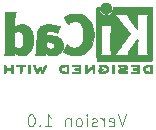
<source format=gbo>
%TF.GenerationSoftware,KiCad,Pcbnew,9.0.1*%
%TF.CreationDate,2025-05-08T13:19:39+05:30*%
%TF.ProjectId,1. LED Torch,312e204c-4544-4205-946f-7263682e6b69,1*%
%TF.SameCoordinates,Original*%
%TF.FileFunction,Legend,Bot*%
%TF.FilePolarity,Positive*%
%FSLAX46Y46*%
G04 Gerber Fmt 4.6, Leading zero omitted, Abs format (unit mm)*
G04 Created by KiCad (PCBNEW 9.0.1) date 2025-05-08 13:19:39*
%MOMM*%
%LPD*%
G01*
G04 APERTURE LIST*
%ADD10C,0.100000*%
%ADD11C,0.010000*%
G04 APERTURE END LIST*
D10*
X100930972Y-142890419D02*
X100597639Y-143890419D01*
X100597639Y-143890419D02*
X100264306Y-142890419D01*
X99550020Y-143842800D02*
X99645258Y-143890419D01*
X99645258Y-143890419D02*
X99835734Y-143890419D01*
X99835734Y-143890419D02*
X99930972Y-143842800D01*
X99930972Y-143842800D02*
X99978591Y-143747561D01*
X99978591Y-143747561D02*
X99978591Y-143366609D01*
X99978591Y-143366609D02*
X99930972Y-143271371D01*
X99930972Y-143271371D02*
X99835734Y-143223752D01*
X99835734Y-143223752D02*
X99645258Y-143223752D01*
X99645258Y-143223752D02*
X99550020Y-143271371D01*
X99550020Y-143271371D02*
X99502401Y-143366609D01*
X99502401Y-143366609D02*
X99502401Y-143461847D01*
X99502401Y-143461847D02*
X99978591Y-143557085D01*
X99073829Y-143890419D02*
X99073829Y-143223752D01*
X99073829Y-143414228D02*
X99026210Y-143318990D01*
X99026210Y-143318990D02*
X98978591Y-143271371D01*
X98978591Y-143271371D02*
X98883353Y-143223752D01*
X98883353Y-143223752D02*
X98788115Y-143223752D01*
X98502400Y-143842800D02*
X98407162Y-143890419D01*
X98407162Y-143890419D02*
X98216686Y-143890419D01*
X98216686Y-143890419D02*
X98121448Y-143842800D01*
X98121448Y-143842800D02*
X98073829Y-143747561D01*
X98073829Y-143747561D02*
X98073829Y-143699942D01*
X98073829Y-143699942D02*
X98121448Y-143604704D01*
X98121448Y-143604704D02*
X98216686Y-143557085D01*
X98216686Y-143557085D02*
X98359543Y-143557085D01*
X98359543Y-143557085D02*
X98454781Y-143509466D01*
X98454781Y-143509466D02*
X98502400Y-143414228D01*
X98502400Y-143414228D02*
X98502400Y-143366609D01*
X98502400Y-143366609D02*
X98454781Y-143271371D01*
X98454781Y-143271371D02*
X98359543Y-143223752D01*
X98359543Y-143223752D02*
X98216686Y-143223752D01*
X98216686Y-143223752D02*
X98121448Y-143271371D01*
X97645257Y-143890419D02*
X97645257Y-143223752D01*
X97645257Y-142890419D02*
X97692876Y-142938038D01*
X97692876Y-142938038D02*
X97645257Y-142985657D01*
X97645257Y-142985657D02*
X97597638Y-142938038D01*
X97597638Y-142938038D02*
X97645257Y-142890419D01*
X97645257Y-142890419D02*
X97645257Y-142985657D01*
X97026210Y-143890419D02*
X97121448Y-143842800D01*
X97121448Y-143842800D02*
X97169067Y-143795180D01*
X97169067Y-143795180D02*
X97216686Y-143699942D01*
X97216686Y-143699942D02*
X97216686Y-143414228D01*
X97216686Y-143414228D02*
X97169067Y-143318990D01*
X97169067Y-143318990D02*
X97121448Y-143271371D01*
X97121448Y-143271371D02*
X97026210Y-143223752D01*
X97026210Y-143223752D02*
X96883353Y-143223752D01*
X96883353Y-143223752D02*
X96788115Y-143271371D01*
X96788115Y-143271371D02*
X96740496Y-143318990D01*
X96740496Y-143318990D02*
X96692877Y-143414228D01*
X96692877Y-143414228D02*
X96692877Y-143699942D01*
X96692877Y-143699942D02*
X96740496Y-143795180D01*
X96740496Y-143795180D02*
X96788115Y-143842800D01*
X96788115Y-143842800D02*
X96883353Y-143890419D01*
X96883353Y-143890419D02*
X97026210Y-143890419D01*
X96264305Y-143223752D02*
X96264305Y-143890419D01*
X96264305Y-143318990D02*
X96216686Y-143271371D01*
X96216686Y-143271371D02*
X96121448Y-143223752D01*
X96121448Y-143223752D02*
X95978591Y-143223752D01*
X95978591Y-143223752D02*
X95883353Y-143271371D01*
X95883353Y-143271371D02*
X95835734Y-143366609D01*
X95835734Y-143366609D02*
X95835734Y-143890419D01*
X94073829Y-143890419D02*
X94645257Y-143890419D01*
X94359543Y-143890419D02*
X94359543Y-142890419D01*
X94359543Y-142890419D02*
X94454781Y-143033276D01*
X94454781Y-143033276D02*
X94550019Y-143128514D01*
X94550019Y-143128514D02*
X94645257Y-143176133D01*
X93645257Y-143795180D02*
X93597638Y-143842800D01*
X93597638Y-143842800D02*
X93645257Y-143890419D01*
X93645257Y-143890419D02*
X93692876Y-143842800D01*
X93692876Y-143842800D02*
X93645257Y-143795180D01*
X93645257Y-143795180D02*
X93645257Y-143890419D01*
X92978591Y-142890419D02*
X92883353Y-142890419D01*
X92883353Y-142890419D02*
X92788115Y-142938038D01*
X92788115Y-142938038D02*
X92740496Y-142985657D01*
X92740496Y-142985657D02*
X92692877Y-143080895D01*
X92692877Y-143080895D02*
X92645258Y-143271371D01*
X92645258Y-143271371D02*
X92645258Y-143509466D01*
X92645258Y-143509466D02*
X92692877Y-143699942D01*
X92692877Y-143699942D02*
X92740496Y-143795180D01*
X92740496Y-143795180D02*
X92788115Y-143842800D01*
X92788115Y-143842800D02*
X92883353Y-143890419D01*
X92883353Y-143890419D02*
X92978591Y-143890419D01*
X92978591Y-143890419D02*
X93073829Y-143842800D01*
X93073829Y-143842800D02*
X93121448Y-143795180D01*
X93121448Y-143795180D02*
X93169067Y-143699942D01*
X93169067Y-143699942D02*
X93216686Y-143509466D01*
X93216686Y-143509466D02*
X93216686Y-143271371D01*
X93216686Y-143271371D02*
X93169067Y-143080895D01*
X93169067Y-143080895D02*
X93121448Y-142985657D01*
X93121448Y-142985657D02*
X93073829Y-142938038D01*
X93073829Y-142938038D02*
X92978591Y-142890419D01*
D11*
%TO.C,REF\u002A\u002A*%
X92756406Y-138672949D02*
X92782127Y-138688647D01*
X92808778Y-138710227D01*
X92808778Y-139357684D01*
X92782127Y-139379264D01*
X92750767Y-139396739D01*
X92714966Y-139397575D01*
X92683528Y-139377082D01*
X92679652Y-139372416D01*
X92674186Y-139362949D01*
X92669979Y-139349267D01*
X92666867Y-139328748D01*
X92664687Y-139298768D01*
X92663276Y-139256704D01*
X92662471Y-139199932D01*
X92662107Y-139125830D01*
X92662022Y-139031773D01*
X92662022Y-138710227D01*
X92688673Y-138688647D01*
X92712386Y-138673877D01*
X92735400Y-138667067D01*
X92756406Y-138672949D01*
G36*
X92756406Y-138672949D02*
G01*
X92782127Y-138688647D01*
X92808778Y-138710227D01*
X92808778Y-139357684D01*
X92782127Y-139379264D01*
X92750767Y-139396739D01*
X92714966Y-139397575D01*
X92683528Y-139377082D01*
X92679652Y-139372416D01*
X92674186Y-139362949D01*
X92669979Y-139349267D01*
X92666867Y-139328748D01*
X92664687Y-139298768D01*
X92663276Y-139256704D01*
X92662471Y-139199932D01*
X92662107Y-139125830D01*
X92662022Y-139031773D01*
X92662022Y-138710227D01*
X92688673Y-138688647D01*
X92712386Y-138673877D01*
X92735400Y-138667067D01*
X92756406Y-138672949D01*
G37*
X99887137Y-138671463D02*
X99921291Y-138694776D01*
X99949000Y-138722485D01*
X99949000Y-139035537D01*
X99948959Y-139119567D01*
X99948701Y-139193789D01*
X99948030Y-139250541D01*
X99946752Y-139292512D01*
X99944673Y-139322389D01*
X99941599Y-139342861D01*
X99937334Y-139356614D01*
X99931684Y-139366337D01*
X99924455Y-139374717D01*
X99892991Y-139396181D01*
X99857826Y-139397947D01*
X99824822Y-139378267D01*
X99819516Y-139372398D01*
X99814066Y-139363314D01*
X99809900Y-139349973D01*
X99806846Y-139329757D01*
X99804732Y-139300049D01*
X99803386Y-139258232D01*
X99802638Y-139201689D01*
X99802314Y-139127802D01*
X99802245Y-139033956D01*
X99802284Y-138958294D01*
X99802539Y-138880385D01*
X99803183Y-138820375D01*
X99804387Y-138775648D01*
X99806324Y-138743585D01*
X99809164Y-138721571D01*
X99813079Y-138706987D01*
X99818242Y-138697218D01*
X99824822Y-138689645D01*
X99854006Y-138670623D01*
X99887137Y-138671463D01*
G36*
X99887137Y-138671463D02*
G01*
X99921291Y-138694776D01*
X99949000Y-138722485D01*
X99949000Y-139035537D01*
X99948959Y-139119567D01*
X99948701Y-139193789D01*
X99948030Y-139250541D01*
X99946752Y-139292512D01*
X99944673Y-139322389D01*
X99941599Y-139342861D01*
X99937334Y-139356614D01*
X99931684Y-139366337D01*
X99924455Y-139374717D01*
X99892991Y-139396181D01*
X99857826Y-139397947D01*
X99824822Y-139378267D01*
X99819516Y-139372398D01*
X99814066Y-139363314D01*
X99809900Y-139349973D01*
X99806846Y-139329757D01*
X99804732Y-139300049D01*
X99803386Y-139258232D01*
X99802638Y-139201689D01*
X99802314Y-139127802D01*
X99802245Y-139033956D01*
X99802284Y-138958294D01*
X99802539Y-138880385D01*
X99803183Y-138820375D01*
X99804387Y-138775648D01*
X99806324Y-138743585D01*
X99809164Y-138721571D01*
X99813079Y-138706987D01*
X99818242Y-138697218D01*
X99824822Y-138689645D01*
X99854006Y-138670623D01*
X99887137Y-138671463D01*
G37*
X99355562Y-133430850D02*
X99438313Y-133458053D01*
X99513406Y-133503484D01*
X99585298Y-133569302D01*
X99623846Y-133613567D01*
X99663256Y-133671961D01*
X99688446Y-133732586D01*
X99701861Y-133801865D01*
X99705948Y-133886222D01*
X99705669Y-133932307D01*
X99703460Y-133973450D01*
X99697894Y-134005582D01*
X99687586Y-134036122D01*
X99671148Y-134072489D01*
X99657200Y-134099728D01*
X99598665Y-134185429D01*
X99526619Y-134254617D01*
X99442947Y-134305741D01*
X99349531Y-134337250D01*
X99316434Y-134344225D01*
X99275960Y-134351094D01*
X99242999Y-134352919D01*
X99208698Y-134349947D01*
X99164200Y-134342426D01*
X99112934Y-134330002D01*
X99022434Y-134292112D01*
X98943345Y-134237836D01*
X98877528Y-134169770D01*
X98826840Y-134090511D01*
X98793140Y-134002654D01*
X98778286Y-133908795D01*
X98784136Y-133811530D01*
X98810399Y-133715220D01*
X98855418Y-133626494D01*
X98916373Y-133551419D01*
X98991184Y-133491641D01*
X99077768Y-133448809D01*
X99174043Y-133424571D01*
X99277928Y-133420576D01*
X99355562Y-133430850D01*
G36*
X99355562Y-133430850D02*
G01*
X99438313Y-133458053D01*
X99513406Y-133503484D01*
X99585298Y-133569302D01*
X99623846Y-133613567D01*
X99663256Y-133671961D01*
X99688446Y-133732586D01*
X99701861Y-133801865D01*
X99705948Y-133886222D01*
X99705669Y-133932307D01*
X99703460Y-133973450D01*
X99697894Y-134005582D01*
X99687586Y-134036122D01*
X99671148Y-134072489D01*
X99657200Y-134099728D01*
X99598665Y-134185429D01*
X99526619Y-134254617D01*
X99442947Y-134305741D01*
X99349531Y-134337250D01*
X99316434Y-134344225D01*
X99275960Y-134351094D01*
X99242999Y-134352919D01*
X99208698Y-134349947D01*
X99164200Y-134342426D01*
X99112934Y-134330002D01*
X99022434Y-134292112D01*
X98943345Y-134237836D01*
X98877528Y-134169770D01*
X98826840Y-134090511D01*
X98793140Y-134002654D01*
X98778286Y-133908795D01*
X98784136Y-133811530D01*
X98810399Y-133715220D01*
X98855418Y-133626494D01*
X98916373Y-133551419D01*
X98991184Y-133491641D01*
X99077768Y-133448809D01*
X99174043Y-133424571D01*
X99277928Y-133420576D01*
X99355562Y-133430850D01*
G37*
X92056767Y-138667068D02*
X92150890Y-138667158D01*
X92225405Y-138667498D01*
X92282811Y-138668239D01*
X92325611Y-138669535D01*
X92356304Y-138671537D01*
X92377391Y-138674396D01*
X92391373Y-138678266D01*
X92400750Y-138683298D01*
X92408022Y-138689645D01*
X92426828Y-138722362D01*
X92428275Y-138759939D01*
X92411917Y-138793178D01*
X92410557Y-138794631D01*
X92399354Y-138802992D01*
X92382252Y-138808547D01*
X92355082Y-138811840D01*
X92313678Y-138813418D01*
X92253873Y-138813822D01*
X92114511Y-138813822D01*
X92114511Y-139077589D01*
X92114436Y-139153417D01*
X92114028Y-139220083D01*
X92113046Y-139269867D01*
X92111250Y-139305784D01*
X92108399Y-139330850D01*
X92104253Y-139348081D01*
X92098571Y-139360492D01*
X92091114Y-139371100D01*
X92088824Y-139373906D01*
X92057646Y-139396548D01*
X92023266Y-139398112D01*
X91990334Y-139378267D01*
X91983355Y-139370191D01*
X91977883Y-139359593D01*
X91973863Y-139343749D01*
X91971072Y-139319773D01*
X91969288Y-139284774D01*
X91968289Y-139235864D01*
X91967852Y-139170154D01*
X91967756Y-139084756D01*
X91967756Y-138813822D01*
X91821820Y-138813822D01*
X91810720Y-138813821D01*
X91754202Y-138813596D01*
X91715358Y-138812457D01*
X91689965Y-138809657D01*
X91673804Y-138804450D01*
X91662652Y-138796089D01*
X91652289Y-138783826D01*
X91636441Y-138753138D01*
X91639543Y-138719358D01*
X91665187Y-138686822D01*
X91670129Y-138683105D01*
X91680338Y-138678269D01*
X91695764Y-138674506D01*
X91718886Y-138671683D01*
X91752183Y-138669670D01*
X91798137Y-138668333D01*
X91859228Y-138667542D01*
X91937935Y-138667163D01*
X92036740Y-138667067D01*
X92056767Y-138667068D01*
G36*
X92056767Y-138667068D02*
G01*
X92150890Y-138667158D01*
X92225405Y-138667498D01*
X92282811Y-138668239D01*
X92325611Y-138669535D01*
X92356304Y-138671537D01*
X92377391Y-138674396D01*
X92391373Y-138678266D01*
X92400750Y-138683298D01*
X92408022Y-138689645D01*
X92426828Y-138722362D01*
X92428275Y-138759939D01*
X92411917Y-138793178D01*
X92410557Y-138794631D01*
X92399354Y-138802992D01*
X92382252Y-138808547D01*
X92355082Y-138811840D01*
X92313678Y-138813418D01*
X92253873Y-138813822D01*
X92114511Y-138813822D01*
X92114511Y-139077589D01*
X92114436Y-139153417D01*
X92114028Y-139220083D01*
X92113046Y-139269867D01*
X92111250Y-139305784D01*
X92108399Y-139330850D01*
X92104253Y-139348081D01*
X92098571Y-139360492D01*
X92091114Y-139371100D01*
X92088824Y-139373906D01*
X92057646Y-139396548D01*
X92023266Y-139398112D01*
X91990334Y-139378267D01*
X91983355Y-139370191D01*
X91977883Y-139359593D01*
X91973863Y-139343749D01*
X91971072Y-139319773D01*
X91969288Y-139284774D01*
X91968289Y-139235864D01*
X91967852Y-139170154D01*
X91967756Y-139084756D01*
X91967756Y-138813822D01*
X91821820Y-138813822D01*
X91810720Y-138813821D01*
X91754202Y-138813596D01*
X91715358Y-138812457D01*
X91689965Y-138809657D01*
X91673804Y-138804450D01*
X91662652Y-138796089D01*
X91652289Y-138783826D01*
X91636441Y-138753138D01*
X91639543Y-138719358D01*
X91665187Y-138686822D01*
X91670129Y-138683105D01*
X91680338Y-138678269D01*
X91695764Y-138674506D01*
X91718886Y-138671683D01*
X91752183Y-138669670D01*
X91798137Y-138668333D01*
X91859228Y-138667542D01*
X91937935Y-138667163D01*
X92036740Y-138667067D01*
X92056767Y-138667068D01*
G37*
X91380734Y-138689645D02*
X91386366Y-138695835D01*
X91391456Y-138704041D01*
X91395543Y-138715817D01*
X91398721Y-138733276D01*
X91401087Y-138758530D01*
X91402738Y-138793690D01*
X91403769Y-138840869D01*
X91404277Y-138902177D01*
X91404359Y-138979727D01*
X91404109Y-139075631D01*
X91403625Y-139192000D01*
X91403557Y-139206175D01*
X91402971Y-139267937D01*
X91401648Y-139311620D01*
X91399103Y-139341001D01*
X91394848Y-139359855D01*
X91388396Y-139371959D01*
X91379262Y-139381089D01*
X91345804Y-139398506D01*
X91310856Y-139395604D01*
X91279953Y-139371100D01*
X91270944Y-139357897D01*
X91263492Y-139339361D01*
X91259124Y-139313333D01*
X91257069Y-139274787D01*
X91256556Y-139218700D01*
X91256556Y-139096045D01*
X90759845Y-139096045D01*
X90759845Y-139230871D01*
X90759772Y-139266662D01*
X90759009Y-139312992D01*
X90756833Y-139343526D01*
X90752536Y-139362557D01*
X90745412Y-139374374D01*
X90734755Y-139383271D01*
X90702504Y-139398341D01*
X90667217Y-139395673D01*
X90636486Y-139371100D01*
X90631831Y-139364845D01*
X90625895Y-139354321D01*
X90621364Y-139340391D01*
X90618048Y-139320317D01*
X90615759Y-139291360D01*
X90614308Y-139250780D01*
X90613505Y-139195840D01*
X90613162Y-139123799D01*
X90613089Y-139031920D01*
X90613089Y-138722485D01*
X90640798Y-138694776D01*
X90672177Y-138672533D01*
X90705406Y-138669844D01*
X90737267Y-138689645D01*
X90745553Y-138699415D01*
X90752965Y-138715307D01*
X90757302Y-138739275D01*
X90759338Y-138776148D01*
X90759845Y-138830756D01*
X90759845Y-138949289D01*
X91256556Y-138949289D01*
X91256556Y-138833776D01*
X91256994Y-138782078D01*
X91258958Y-138747554D01*
X91263474Y-138724978D01*
X91271567Y-138709126D01*
X91284265Y-138694776D01*
X91315643Y-138672533D01*
X91348872Y-138669844D01*
X91380734Y-138689645D01*
G36*
X91380734Y-138689645D02*
G01*
X91386366Y-138695835D01*
X91391456Y-138704041D01*
X91395543Y-138715817D01*
X91398721Y-138733276D01*
X91401087Y-138758530D01*
X91402738Y-138793690D01*
X91403769Y-138840869D01*
X91404277Y-138902177D01*
X91404359Y-138979727D01*
X91404109Y-139075631D01*
X91403625Y-139192000D01*
X91403557Y-139206175D01*
X91402971Y-139267937D01*
X91401648Y-139311620D01*
X91399103Y-139341001D01*
X91394848Y-139359855D01*
X91388396Y-139371959D01*
X91379262Y-139381089D01*
X91345804Y-139398506D01*
X91310856Y-139395604D01*
X91279953Y-139371100D01*
X91270944Y-139357897D01*
X91263492Y-139339361D01*
X91259124Y-139313333D01*
X91257069Y-139274787D01*
X91256556Y-139218700D01*
X91256556Y-139096045D01*
X90759845Y-139096045D01*
X90759845Y-139230871D01*
X90759772Y-139266662D01*
X90759009Y-139312992D01*
X90756833Y-139343526D01*
X90752536Y-139362557D01*
X90745412Y-139374374D01*
X90734755Y-139383271D01*
X90702504Y-139398341D01*
X90667217Y-139395673D01*
X90636486Y-139371100D01*
X90631831Y-139364845D01*
X90625895Y-139354321D01*
X90621364Y-139340391D01*
X90618048Y-139320317D01*
X90615759Y-139291360D01*
X90614308Y-139250780D01*
X90613505Y-139195840D01*
X90613162Y-139123799D01*
X90613089Y-139031920D01*
X90613089Y-138722485D01*
X90640798Y-138694776D01*
X90672177Y-138672533D01*
X90705406Y-138669844D01*
X90737267Y-138689645D01*
X90745553Y-138699415D01*
X90752965Y-138715307D01*
X90757302Y-138739275D01*
X90759338Y-138776148D01*
X90759845Y-138830756D01*
X90759845Y-138949289D01*
X91256556Y-138949289D01*
X91256556Y-138833776D01*
X91256994Y-138782078D01*
X91258958Y-138747554D01*
X91263474Y-138724978D01*
X91271567Y-138709126D01*
X91284265Y-138694776D01*
X91315643Y-138672533D01*
X91348872Y-138669844D01*
X91380734Y-138689645D01*
G37*
X96086133Y-139278396D02*
X96084163Y-139311175D01*
X96081235Y-139334095D01*
X96077158Y-139349897D01*
X96071743Y-139361319D01*
X96064803Y-139371100D01*
X96041406Y-139400845D01*
X95875714Y-139400251D01*
X95840918Y-139399953D01*
X95742435Y-139396522D01*
X95661473Y-139388839D01*
X95594379Y-139376282D01*
X95537496Y-139358227D01*
X95487169Y-139334052D01*
X95483810Y-139332135D01*
X95425998Y-139295417D01*
X95383644Y-139258451D01*
X95350828Y-139214966D01*
X95321628Y-139158689D01*
X95317346Y-139149073D01*
X95294769Y-139085887D01*
X95289034Y-139040333D01*
X95438279Y-139040333D01*
X95443892Y-139065061D01*
X95449618Y-139080939D01*
X95482548Y-139140847D01*
X95529886Y-139186600D01*
X95593652Y-139219736D01*
X95675861Y-139241790D01*
X95678655Y-139242292D01*
X95724940Y-139248255D01*
X95781336Y-139252483D01*
X95836274Y-139254089D01*
X95930156Y-139254089D01*
X95930156Y-138813822D01*
X95842667Y-138814270D01*
X95775747Y-138816746D01*
X95683349Y-138827998D01*
X95604034Y-138847537D01*
X95542060Y-138874511D01*
X95511120Y-138895240D01*
X95483000Y-138925006D01*
X95459660Y-138967434D01*
X95452533Y-138983400D01*
X95440709Y-139015902D01*
X95438279Y-139040333D01*
X95289034Y-139040333D01*
X95287797Y-139030509D01*
X95296399Y-138975483D01*
X95320541Y-138913351D01*
X95321337Y-138911658D01*
X95361788Y-138842236D01*
X95412473Y-138785638D01*
X95475198Y-138741070D01*
X95551774Y-138707741D01*
X95644009Y-138684861D01*
X95753712Y-138671636D01*
X95882691Y-138667275D01*
X95886263Y-138667270D01*
X95946283Y-138667410D01*
X95988214Y-138668446D01*
X96016328Y-138671040D01*
X96034897Y-138675853D01*
X96048194Y-138683544D01*
X96060491Y-138694776D01*
X96088200Y-138722485D01*
X96088200Y-139031920D01*
X96088175Y-139093526D01*
X96087950Y-139172311D01*
X96087332Y-139233021D01*
X96086775Y-139254089D01*
X96086133Y-139278396D01*
G36*
X96086133Y-139278396D02*
G01*
X96084163Y-139311175D01*
X96081235Y-139334095D01*
X96077158Y-139349897D01*
X96071743Y-139361319D01*
X96064803Y-139371100D01*
X96041406Y-139400845D01*
X95875714Y-139400251D01*
X95840918Y-139399953D01*
X95742435Y-139396522D01*
X95661473Y-139388839D01*
X95594379Y-139376282D01*
X95537496Y-139358227D01*
X95487169Y-139334052D01*
X95483810Y-139332135D01*
X95425998Y-139295417D01*
X95383644Y-139258451D01*
X95350828Y-139214966D01*
X95321628Y-139158689D01*
X95317346Y-139149073D01*
X95294769Y-139085887D01*
X95289034Y-139040333D01*
X95438279Y-139040333D01*
X95443892Y-139065061D01*
X95449618Y-139080939D01*
X95482548Y-139140847D01*
X95529886Y-139186600D01*
X95593652Y-139219736D01*
X95675861Y-139241790D01*
X95678655Y-139242292D01*
X95724940Y-139248255D01*
X95781336Y-139252483D01*
X95836274Y-139254089D01*
X95930156Y-139254089D01*
X95930156Y-138813822D01*
X95842667Y-138814270D01*
X95775747Y-138816746D01*
X95683349Y-138827998D01*
X95604034Y-138847537D01*
X95542060Y-138874511D01*
X95511120Y-138895240D01*
X95483000Y-138925006D01*
X95459660Y-138967434D01*
X95452533Y-138983400D01*
X95440709Y-139015902D01*
X95438279Y-139040333D01*
X95289034Y-139040333D01*
X95287797Y-139030509D01*
X95296399Y-138975483D01*
X95320541Y-138913351D01*
X95321337Y-138911658D01*
X95361788Y-138842236D01*
X95412473Y-138785638D01*
X95475198Y-138741070D01*
X95551774Y-138707741D01*
X95644009Y-138684861D01*
X95753712Y-138671636D01*
X95882691Y-138667275D01*
X95886263Y-138667270D01*
X95946283Y-138667410D01*
X95988214Y-138668446D01*
X96016328Y-138671040D01*
X96034897Y-138675853D01*
X96048194Y-138683544D01*
X96060491Y-138694776D01*
X96088200Y-138722485D01*
X96088200Y-139031920D01*
X96088175Y-139093526D01*
X96087950Y-139172311D01*
X96087332Y-139233021D01*
X96086775Y-139254089D01*
X96086133Y-139278396D01*
G37*
X103177817Y-138852427D02*
X103177870Y-138933041D01*
X103177622Y-139033956D01*
X103177583Y-139109617D01*
X103177328Y-139187526D01*
X103176684Y-139247536D01*
X103175480Y-139292264D01*
X103173543Y-139324326D01*
X103170703Y-139346340D01*
X103166788Y-139360924D01*
X103161626Y-139370694D01*
X103155045Y-139378267D01*
X103148077Y-139384501D01*
X103135079Y-139391801D01*
X103115931Y-139396554D01*
X103086528Y-139399292D01*
X103042762Y-139400545D01*
X102980528Y-139400845D01*
X102931582Y-139400469D01*
X102824722Y-139396041D01*
X102735494Y-139385953D01*
X102660696Y-139369365D01*
X102597125Y-139345435D01*
X102541579Y-139313321D01*
X102490854Y-139272182D01*
X102484866Y-139266330D01*
X102447999Y-139217821D01*
X102416899Y-139157013D01*
X102395417Y-139092769D01*
X102390136Y-139054026D01*
X102537353Y-139054026D01*
X102555635Y-139104961D01*
X102585305Y-139150878D01*
X102632002Y-139193287D01*
X102693392Y-139223090D01*
X102772538Y-139242226D01*
X102774028Y-139242464D01*
X102822999Y-139248256D01*
X102881693Y-139252396D01*
X102937734Y-139254004D01*
X103030867Y-139254089D01*
X103030867Y-138813822D01*
X102954667Y-138813808D01*
X102951639Y-138813817D01*
X102900519Y-138815782D01*
X102840416Y-138820507D01*
X102783708Y-138827035D01*
X102733750Y-138836331D01*
X102658998Y-138862600D01*
X102601489Y-138901899D01*
X102559988Y-138954933D01*
X102538771Y-139006200D01*
X102537353Y-139054026D01*
X102390136Y-139054026D01*
X102387400Y-139033956D01*
X102388679Y-139012739D01*
X102400991Y-138955323D01*
X102423520Y-138895413D01*
X102452750Y-138841363D01*
X102485167Y-138801532D01*
X102504708Y-138784510D01*
X102559420Y-138745322D01*
X102619723Y-138715193D01*
X102688919Y-138693232D01*
X102770311Y-138678550D01*
X102867200Y-138670259D01*
X102982889Y-138667467D01*
X103022371Y-138667066D01*
X103068082Y-138666653D01*
X103103883Y-138668457D01*
X103130974Y-138674739D01*
X103150556Y-138687759D01*
X103163830Y-138709778D01*
X103171998Y-138743055D01*
X103176260Y-138789851D01*
X103176857Y-138813822D01*
X103177817Y-138852427D01*
G36*
X103177817Y-138852427D02*
G01*
X103177870Y-138933041D01*
X103177622Y-139033956D01*
X103177583Y-139109617D01*
X103177328Y-139187526D01*
X103176684Y-139247536D01*
X103175480Y-139292264D01*
X103173543Y-139324326D01*
X103170703Y-139346340D01*
X103166788Y-139360924D01*
X103161626Y-139370694D01*
X103155045Y-139378267D01*
X103148077Y-139384501D01*
X103135079Y-139391801D01*
X103115931Y-139396554D01*
X103086528Y-139399292D01*
X103042762Y-139400545D01*
X102980528Y-139400845D01*
X102931582Y-139400469D01*
X102824722Y-139396041D01*
X102735494Y-139385953D01*
X102660696Y-139369365D01*
X102597125Y-139345435D01*
X102541579Y-139313321D01*
X102490854Y-139272182D01*
X102484866Y-139266330D01*
X102447999Y-139217821D01*
X102416899Y-139157013D01*
X102395417Y-139092769D01*
X102390136Y-139054026D01*
X102537353Y-139054026D01*
X102555635Y-139104961D01*
X102585305Y-139150878D01*
X102632002Y-139193287D01*
X102693392Y-139223090D01*
X102772538Y-139242226D01*
X102774028Y-139242464D01*
X102822999Y-139248256D01*
X102881693Y-139252396D01*
X102937734Y-139254004D01*
X103030867Y-139254089D01*
X103030867Y-138813822D01*
X102954667Y-138813808D01*
X102951639Y-138813817D01*
X102900519Y-138815782D01*
X102840416Y-138820507D01*
X102783708Y-138827035D01*
X102733750Y-138836331D01*
X102658998Y-138862600D01*
X102601489Y-138901899D01*
X102559988Y-138954933D01*
X102538771Y-139006200D01*
X102537353Y-139054026D01*
X102390136Y-139054026D01*
X102387400Y-139033956D01*
X102388679Y-139012739D01*
X102400991Y-138955323D01*
X102423520Y-138895413D01*
X102452750Y-138841363D01*
X102485167Y-138801532D01*
X102504708Y-138784510D01*
X102559420Y-138745322D01*
X102619723Y-138715193D01*
X102688919Y-138693232D01*
X102770311Y-138678550D01*
X102867200Y-138670259D01*
X102982889Y-138667467D01*
X103022371Y-138667066D01*
X103068082Y-138666653D01*
X103103883Y-138668457D01*
X103130974Y-138674739D01*
X103150556Y-138687759D01*
X103163830Y-138709778D01*
X103171998Y-138743055D01*
X103176260Y-138789851D01*
X103176857Y-138813822D01*
X103177817Y-138852427D01*
G37*
X98232893Y-138665892D02*
X98244301Y-138672029D01*
X98254850Y-138682691D01*
X98266136Y-138696811D01*
X98270589Y-138702772D01*
X98276588Y-138713268D01*
X98281167Y-138727093D01*
X98284519Y-138746998D01*
X98286833Y-138775732D01*
X98288301Y-138816045D01*
X98289113Y-138870687D01*
X98289460Y-138942407D01*
X98289534Y-139033956D01*
X98289511Y-139092486D01*
X98289292Y-139171573D01*
X98288683Y-139232516D01*
X98287492Y-139278062D01*
X98285529Y-139310963D01*
X98282603Y-139333968D01*
X98278523Y-139349826D01*
X98273097Y-139361286D01*
X98266136Y-139371100D01*
X98235708Y-139395493D01*
X98200765Y-139398372D01*
X98163784Y-139379282D01*
X98159600Y-139375807D01*
X98151424Y-139367279D01*
X98145364Y-139355728D01*
X98140981Y-139337896D01*
X98137839Y-139310524D01*
X98135502Y-139270354D01*
X98133531Y-139214128D01*
X98131489Y-139138589D01*
X98125845Y-138919458D01*
X97860556Y-139160099D01*
X97786722Y-139226875D01*
X97721542Y-139284991D01*
X97669348Y-139329949D01*
X97628273Y-139362871D01*
X97596455Y-139384879D01*
X97572026Y-139397094D01*
X97553124Y-139400639D01*
X97537883Y-139396636D01*
X97524439Y-139386207D01*
X97510927Y-139370474D01*
X97504682Y-139361991D01*
X97499050Y-139351413D01*
X97494839Y-139337255D01*
X97491887Y-139316803D01*
X97490032Y-139287342D01*
X97489113Y-139246161D01*
X97488968Y-139190544D01*
X97489435Y-139117779D01*
X97490352Y-139025151D01*
X97493667Y-138710199D01*
X97520318Y-138688633D01*
X97546383Y-138672441D01*
X97579241Y-138669670D01*
X97613772Y-138688623D01*
X97618084Y-138692208D01*
X97626216Y-138700737D01*
X97632245Y-138712329D01*
X97636606Y-138730235D01*
X97639734Y-138757706D01*
X97642063Y-138797994D01*
X97644029Y-138854351D01*
X97646067Y-138930029D01*
X97651711Y-139149878D01*
X97832334Y-138986084D01*
X97919072Y-138907451D01*
X97994843Y-138839058D01*
X98056980Y-138783708D01*
X98107078Y-138740338D01*
X98146735Y-138707881D01*
X98177548Y-138685273D01*
X98201114Y-138671448D01*
X98219030Y-138665343D01*
X98232893Y-138665892D01*
G36*
X98232893Y-138665892D02*
G01*
X98244301Y-138672029D01*
X98254850Y-138682691D01*
X98266136Y-138696811D01*
X98270589Y-138702772D01*
X98276588Y-138713268D01*
X98281167Y-138727093D01*
X98284519Y-138746998D01*
X98286833Y-138775732D01*
X98288301Y-138816045D01*
X98289113Y-138870687D01*
X98289460Y-138942407D01*
X98289534Y-139033956D01*
X98289511Y-139092486D01*
X98289292Y-139171573D01*
X98288683Y-139232516D01*
X98287492Y-139278062D01*
X98285529Y-139310963D01*
X98282603Y-139333968D01*
X98278523Y-139349826D01*
X98273097Y-139361286D01*
X98266136Y-139371100D01*
X98235708Y-139395493D01*
X98200765Y-139398372D01*
X98163784Y-139379282D01*
X98159600Y-139375807D01*
X98151424Y-139367279D01*
X98145364Y-139355728D01*
X98140981Y-139337896D01*
X98137839Y-139310524D01*
X98135502Y-139270354D01*
X98133531Y-139214128D01*
X98131489Y-139138589D01*
X98125845Y-138919458D01*
X97860556Y-139160099D01*
X97786722Y-139226875D01*
X97721542Y-139284991D01*
X97669348Y-139329949D01*
X97628273Y-139362871D01*
X97596455Y-139384879D01*
X97572026Y-139397094D01*
X97553124Y-139400639D01*
X97537883Y-139396636D01*
X97524439Y-139386207D01*
X97510927Y-139370474D01*
X97504682Y-139361991D01*
X97499050Y-139351413D01*
X97494839Y-139337255D01*
X97491887Y-139316803D01*
X97490032Y-139287342D01*
X97489113Y-139246161D01*
X97488968Y-139190544D01*
X97489435Y-139117779D01*
X97490352Y-139025151D01*
X97493667Y-138710199D01*
X97520318Y-138688633D01*
X97546383Y-138672441D01*
X97579241Y-138669670D01*
X97613772Y-138688623D01*
X97618084Y-138692208D01*
X97626216Y-138700737D01*
X97632245Y-138712329D01*
X97636606Y-138730235D01*
X97639734Y-138757706D01*
X97642063Y-138797994D01*
X97644029Y-138854351D01*
X97646067Y-138930029D01*
X97651711Y-139149878D01*
X97832334Y-138986084D01*
X97919072Y-138907451D01*
X97994843Y-138839058D01*
X98056980Y-138783708D01*
X98107078Y-138740338D01*
X98146735Y-138707881D01*
X98177548Y-138685273D01*
X98201114Y-138671448D01*
X98219030Y-138665343D01*
X98232893Y-138665892D01*
G37*
X99030150Y-138672179D02*
X99136157Y-138688494D01*
X99229969Y-138716545D01*
X99308765Y-138755452D01*
X99369719Y-138804334D01*
X99395789Y-138837195D01*
X99425297Y-138886394D01*
X99450568Y-138940252D01*
X99468218Y-138991419D01*
X99474858Y-139032544D01*
X99473298Y-139052259D01*
X99460357Y-139103592D01*
X99437194Y-139160118D01*
X99407302Y-139214035D01*
X99374173Y-139257539D01*
X99363977Y-139267887D01*
X99296892Y-139319662D01*
X99216766Y-139359554D01*
X99130556Y-139383956D01*
X99075592Y-139392068D01*
X98982139Y-139398673D01*
X98892358Y-139396586D01*
X98809869Y-139386340D01*
X98738286Y-139368470D01*
X98681228Y-139343508D01*
X98642311Y-139311988D01*
X98640936Y-139310012D01*
X98633848Y-139284786D01*
X98629609Y-139237535D01*
X98628200Y-139168071D01*
X98629060Y-139105838D01*
X98633780Y-139058456D01*
X98645470Y-139026353D01*
X98667239Y-139006800D01*
X98702198Y-138997070D01*
X98753456Y-138994433D01*
X98824123Y-138996161D01*
X98872743Y-138999173D01*
X98922939Y-139007366D01*
X98955433Y-139021419D01*
X98972892Y-139042654D01*
X98977983Y-139072394D01*
X98977877Y-139076936D01*
X98969175Y-139111730D01*
X98945165Y-139135147D01*
X98903900Y-139148347D01*
X98843431Y-139152489D01*
X98774956Y-139152489D01*
X98774956Y-139190841D01*
X98775006Y-139199976D01*
X98777227Y-139217227D01*
X98786494Y-139227521D01*
X98807875Y-139234459D01*
X98846436Y-139241641D01*
X98851910Y-139242575D01*
X98948860Y-139252478D01*
X99038852Y-139249559D01*
X99119760Y-139234829D01*
X99189459Y-139209299D01*
X99245824Y-139173978D01*
X99286729Y-139129879D01*
X99310051Y-139078012D01*
X99313663Y-139019388D01*
X99308145Y-138990494D01*
X99281461Y-138934604D01*
X99235273Y-138888945D01*
X99170291Y-138854108D01*
X99087229Y-138830690D01*
X99062555Y-138826241D01*
X98973226Y-138815742D01*
X98893419Y-138816971D01*
X98815326Y-138829906D01*
X98780183Y-138836696D01*
X98734745Y-138837713D01*
X98703430Y-138825182D01*
X98683277Y-138798395D01*
X98676893Y-138770148D01*
X98686379Y-138738924D01*
X98695708Y-138725499D01*
X98729943Y-138701967D01*
X98782565Y-138684095D01*
X98851081Y-138672599D01*
X98933000Y-138668192D01*
X99030150Y-138672179D01*
G36*
X99030150Y-138672179D02*
G01*
X99136157Y-138688494D01*
X99229969Y-138716545D01*
X99308765Y-138755452D01*
X99369719Y-138804334D01*
X99395789Y-138837195D01*
X99425297Y-138886394D01*
X99450568Y-138940252D01*
X99468218Y-138991419D01*
X99474858Y-139032544D01*
X99473298Y-139052259D01*
X99460357Y-139103592D01*
X99437194Y-139160118D01*
X99407302Y-139214035D01*
X99374173Y-139257539D01*
X99363977Y-139267887D01*
X99296892Y-139319662D01*
X99216766Y-139359554D01*
X99130556Y-139383956D01*
X99075592Y-139392068D01*
X98982139Y-139398673D01*
X98892358Y-139396586D01*
X98809869Y-139386340D01*
X98738286Y-139368470D01*
X98681228Y-139343508D01*
X98642311Y-139311988D01*
X98640936Y-139310012D01*
X98633848Y-139284786D01*
X98629609Y-139237535D01*
X98628200Y-139168071D01*
X98629060Y-139105838D01*
X98633780Y-139058456D01*
X98645470Y-139026353D01*
X98667239Y-139006800D01*
X98702198Y-138997070D01*
X98753456Y-138994433D01*
X98824123Y-138996161D01*
X98872743Y-138999173D01*
X98922939Y-139007366D01*
X98955433Y-139021419D01*
X98972892Y-139042654D01*
X98977983Y-139072394D01*
X98977877Y-139076936D01*
X98969175Y-139111730D01*
X98945165Y-139135147D01*
X98903900Y-139148347D01*
X98843431Y-139152489D01*
X98774956Y-139152489D01*
X98774956Y-139190841D01*
X98775006Y-139199976D01*
X98777227Y-139217227D01*
X98786494Y-139227521D01*
X98807875Y-139234459D01*
X98846436Y-139241641D01*
X98851910Y-139242575D01*
X98948860Y-139252478D01*
X99038852Y-139249559D01*
X99119760Y-139234829D01*
X99189459Y-139209299D01*
X99245824Y-139173978D01*
X99286729Y-139129879D01*
X99310051Y-139078012D01*
X99313663Y-139019388D01*
X99308145Y-138990494D01*
X99281461Y-138934604D01*
X99235273Y-138888945D01*
X99170291Y-138854108D01*
X99087229Y-138830690D01*
X99062555Y-138826241D01*
X98973226Y-138815742D01*
X98893419Y-138816971D01*
X98815326Y-138829906D01*
X98780183Y-138836696D01*
X98734745Y-138837713D01*
X98703430Y-138825182D01*
X98683277Y-138798395D01*
X98676893Y-138770148D01*
X98686379Y-138738924D01*
X98695708Y-138725499D01*
X98729943Y-138701967D01*
X98782565Y-138684095D01*
X98851081Y-138672599D01*
X98933000Y-138668192D01*
X99030150Y-138672179D01*
G37*
X97080803Y-138696811D02*
X97085752Y-138703495D01*
X97091596Y-138714066D01*
X97096057Y-138728153D01*
X97099321Y-138748478D01*
X97101574Y-138777765D01*
X97103002Y-138818737D01*
X97103792Y-138874117D01*
X97104129Y-138946628D01*
X97104200Y-139038994D01*
X97104171Y-139104911D01*
X97103939Y-139183228D01*
X97103319Y-139243496D01*
X97102126Y-139288393D01*
X97100179Y-139320602D01*
X97097294Y-139342800D01*
X97093288Y-139357669D01*
X97087979Y-139367889D01*
X97081183Y-139376138D01*
X97076668Y-139380795D01*
X97068438Y-139387282D01*
X97057078Y-139392194D01*
X97039810Y-139395749D01*
X97013855Y-139398167D01*
X96976436Y-139399667D01*
X96924773Y-139400467D01*
X96856089Y-139400787D01*
X96767606Y-139400845D01*
X96747931Y-139400838D01*
X96660906Y-139400572D01*
X96593254Y-139399806D01*
X96542299Y-139398392D01*
X96505367Y-139396180D01*
X96479783Y-139393022D01*
X96462871Y-139388769D01*
X96451957Y-139383271D01*
X96441464Y-139373285D01*
X96428203Y-139342168D01*
X96429386Y-139306280D01*
X96445550Y-139274733D01*
X96447739Y-139272457D01*
X96456427Y-139266189D01*
X96469769Y-139261523D01*
X96490752Y-139258227D01*
X96522363Y-139256068D01*
X96567590Y-139254814D01*
X96629420Y-139254231D01*
X96710839Y-139254089D01*
X96957445Y-139254089D01*
X96957445Y-139096045D01*
X96795006Y-139096045D01*
X96759338Y-139095964D01*
X96703568Y-139095167D01*
X96664430Y-139093162D01*
X96637976Y-139089521D01*
X96620259Y-139083812D01*
X96607329Y-139075607D01*
X96603686Y-139072423D01*
X96585278Y-139041448D01*
X96584644Y-139005112D01*
X96602183Y-138971493D01*
X96602245Y-138971424D01*
X96611916Y-138962798D01*
X96625209Y-138956742D01*
X96645917Y-138952811D01*
X96677828Y-138950556D01*
X96724734Y-138949531D01*
X96790424Y-138949289D01*
X96958571Y-138949289D01*
X96955186Y-138884378D01*
X96951800Y-138819467D01*
X96709723Y-138816414D01*
X96684707Y-138816086D01*
X96603087Y-138814606D01*
X96540768Y-138812222D01*
X96495154Y-138808227D01*
X96463652Y-138801913D01*
X96443667Y-138792574D01*
X96432604Y-138779503D01*
X96427869Y-138761992D01*
X96426867Y-138739335D01*
X96426873Y-138736970D01*
X96428027Y-138716939D01*
X96432824Y-138701146D01*
X96443632Y-138689090D01*
X96462817Y-138680267D01*
X96492745Y-138674175D01*
X96535783Y-138670311D01*
X96594299Y-138668174D01*
X96670657Y-138667260D01*
X96767226Y-138667067D01*
X97057406Y-138667067D01*
X97080803Y-138696811D01*
G36*
X97080803Y-138696811D02*
G01*
X97085752Y-138703495D01*
X97091596Y-138714066D01*
X97096057Y-138728153D01*
X97099321Y-138748478D01*
X97101574Y-138777765D01*
X97103002Y-138818737D01*
X97103792Y-138874117D01*
X97104129Y-138946628D01*
X97104200Y-139038994D01*
X97104171Y-139104911D01*
X97103939Y-139183228D01*
X97103319Y-139243496D01*
X97102126Y-139288393D01*
X97100179Y-139320602D01*
X97097294Y-139342800D01*
X97093288Y-139357669D01*
X97087979Y-139367889D01*
X97081183Y-139376138D01*
X97076668Y-139380795D01*
X97068438Y-139387282D01*
X97057078Y-139392194D01*
X97039810Y-139395749D01*
X97013855Y-139398167D01*
X96976436Y-139399667D01*
X96924773Y-139400467D01*
X96856089Y-139400787D01*
X96767606Y-139400845D01*
X96747931Y-139400838D01*
X96660906Y-139400572D01*
X96593254Y-139399806D01*
X96542299Y-139398392D01*
X96505367Y-139396180D01*
X96479783Y-139393022D01*
X96462871Y-139388769D01*
X96451957Y-139383271D01*
X96441464Y-139373285D01*
X96428203Y-139342168D01*
X96429386Y-139306280D01*
X96445550Y-139274733D01*
X96447739Y-139272457D01*
X96456427Y-139266189D01*
X96469769Y-139261523D01*
X96490752Y-139258227D01*
X96522363Y-139256068D01*
X96567590Y-139254814D01*
X96629420Y-139254231D01*
X96710839Y-139254089D01*
X96957445Y-139254089D01*
X96957445Y-139096045D01*
X96795006Y-139096045D01*
X96759338Y-139095964D01*
X96703568Y-139095167D01*
X96664430Y-139093162D01*
X96637976Y-139089521D01*
X96620259Y-139083812D01*
X96607329Y-139075607D01*
X96603686Y-139072423D01*
X96585278Y-139041448D01*
X96584644Y-139005112D01*
X96602183Y-138971493D01*
X96602245Y-138971424D01*
X96611916Y-138962798D01*
X96625209Y-138956742D01*
X96645917Y-138952811D01*
X96677828Y-138950556D01*
X96724734Y-138949531D01*
X96790424Y-138949289D01*
X96958571Y-138949289D01*
X96955186Y-138884378D01*
X96951800Y-138819467D01*
X96709723Y-138816414D01*
X96684707Y-138816086D01*
X96603087Y-138814606D01*
X96540768Y-138812222D01*
X96495154Y-138808227D01*
X96463652Y-138801913D01*
X96443667Y-138792574D01*
X96432604Y-138779503D01*
X96427869Y-138761992D01*
X96426867Y-138739335D01*
X96426873Y-138736970D01*
X96428027Y-138716939D01*
X96432824Y-138701146D01*
X96443632Y-138689090D01*
X96462817Y-138680267D01*
X96492745Y-138674175D01*
X96535783Y-138670311D01*
X96594299Y-138668174D01*
X96670657Y-138667260D01*
X96767226Y-138667067D01*
X97057406Y-138667067D01*
X97080803Y-138696811D01*
G37*
X101757734Y-138667083D02*
X101834831Y-138667275D01*
X101893777Y-138667860D01*
X101937364Y-138669051D01*
X101968383Y-138671064D01*
X101989625Y-138674112D01*
X102003882Y-138678409D01*
X102013945Y-138684172D01*
X102022606Y-138691612D01*
X102024391Y-138693293D01*
X102031635Y-138700832D01*
X102037277Y-138709850D01*
X102041517Y-138722984D01*
X102044556Y-138742872D01*
X102046594Y-138772151D01*
X102047830Y-138813458D01*
X102048465Y-138869431D01*
X102048700Y-138942707D01*
X102048734Y-139035923D01*
X102048697Y-139108713D01*
X102048448Y-139186889D01*
X102047812Y-139247103D01*
X102046615Y-139291982D01*
X102044684Y-139324152D01*
X102041846Y-139346239D01*
X102037927Y-139360870D01*
X102032755Y-139370670D01*
X102026156Y-139378267D01*
X102022822Y-139381444D01*
X102014300Y-139387554D01*
X102002298Y-139392229D01*
X101984087Y-139395659D01*
X101956940Y-139398036D01*
X101918129Y-139399552D01*
X101864924Y-139400398D01*
X101794598Y-139400765D01*
X101704422Y-139400845D01*
X101662314Y-139400833D01*
X101581167Y-139400651D01*
X101518675Y-139400098D01*
X101472109Y-139398982D01*
X101438741Y-139397113D01*
X101415844Y-139394298D01*
X101400688Y-139390346D01*
X101390546Y-139385066D01*
X101382689Y-139378267D01*
X101367963Y-139356667D01*
X101360111Y-139327467D01*
X101365610Y-139303560D01*
X101382689Y-139276667D01*
X101387668Y-139272059D01*
X101397443Y-139265772D01*
X101411559Y-139261146D01*
X101433054Y-139257930D01*
X101464968Y-139255870D01*
X101510342Y-139254712D01*
X101572213Y-139254202D01*
X101653622Y-139254089D01*
X101901978Y-139254089D01*
X101901978Y-139096045D01*
X101740801Y-139096045D01*
X101704983Y-139095899D01*
X101639359Y-139094176D01*
X101592118Y-139089741D01*
X101560383Y-139081637D01*
X101541277Y-139068906D01*
X101531923Y-139050592D01*
X101529445Y-139025738D01*
X101530242Y-139005482D01*
X101535494Y-138983656D01*
X101548288Y-138968304D01*
X101571628Y-138958309D01*
X101608517Y-138952553D01*
X101661959Y-138949919D01*
X101734958Y-138949289D01*
X101903105Y-138949289D01*
X101899719Y-138884378D01*
X101896334Y-138819467D01*
X101648617Y-138816418D01*
X101586026Y-138815539D01*
X101517565Y-138814095D01*
X101466661Y-138812164D01*
X101430408Y-138809514D01*
X101405901Y-138805910D01*
X101390235Y-138801121D01*
X101380506Y-138794913D01*
X101374491Y-138788510D01*
X101361482Y-138756828D01*
X101365043Y-138721142D01*
X101384818Y-138690084D01*
X101388069Y-138687161D01*
X101397049Y-138680810D01*
X101409153Y-138675957D01*
X101427159Y-138672403D01*
X101453847Y-138669946D01*
X101491997Y-138668385D01*
X101544386Y-138667518D01*
X101613794Y-138667146D01*
X101703001Y-138667067D01*
X101757734Y-138667083D01*
G36*
X101757734Y-138667083D02*
G01*
X101834831Y-138667275D01*
X101893777Y-138667860D01*
X101937364Y-138669051D01*
X101968383Y-138671064D01*
X101989625Y-138674112D01*
X102003882Y-138678409D01*
X102013945Y-138684172D01*
X102022606Y-138691612D01*
X102024391Y-138693293D01*
X102031635Y-138700832D01*
X102037277Y-138709850D01*
X102041517Y-138722984D01*
X102044556Y-138742872D01*
X102046594Y-138772151D01*
X102047830Y-138813458D01*
X102048465Y-138869431D01*
X102048700Y-138942707D01*
X102048734Y-139035923D01*
X102048697Y-139108713D01*
X102048448Y-139186889D01*
X102047812Y-139247103D01*
X102046615Y-139291982D01*
X102044684Y-139324152D01*
X102041846Y-139346239D01*
X102037927Y-139360870D01*
X102032755Y-139370670D01*
X102026156Y-139378267D01*
X102022822Y-139381444D01*
X102014300Y-139387554D01*
X102002298Y-139392229D01*
X101984087Y-139395659D01*
X101956940Y-139398036D01*
X101918129Y-139399552D01*
X101864924Y-139400398D01*
X101794598Y-139400765D01*
X101704422Y-139400845D01*
X101662314Y-139400833D01*
X101581167Y-139400651D01*
X101518675Y-139400098D01*
X101472109Y-139398982D01*
X101438741Y-139397113D01*
X101415844Y-139394298D01*
X101400688Y-139390346D01*
X101390546Y-139385066D01*
X101382689Y-139378267D01*
X101367963Y-139356667D01*
X101360111Y-139327467D01*
X101365610Y-139303560D01*
X101382689Y-139276667D01*
X101387668Y-139272059D01*
X101397443Y-139265772D01*
X101411559Y-139261146D01*
X101433054Y-139257930D01*
X101464968Y-139255870D01*
X101510342Y-139254712D01*
X101572213Y-139254202D01*
X101653622Y-139254089D01*
X101901978Y-139254089D01*
X101901978Y-139096045D01*
X101740801Y-139096045D01*
X101704983Y-139095899D01*
X101639359Y-139094176D01*
X101592118Y-139089741D01*
X101560383Y-139081637D01*
X101541277Y-139068906D01*
X101531923Y-139050592D01*
X101529445Y-139025738D01*
X101530242Y-139005482D01*
X101535494Y-138983656D01*
X101548288Y-138968304D01*
X101571628Y-138958309D01*
X101608517Y-138952553D01*
X101661959Y-138949919D01*
X101734958Y-138949289D01*
X101903105Y-138949289D01*
X101899719Y-138884378D01*
X101896334Y-138819467D01*
X101648617Y-138816418D01*
X101586026Y-138815539D01*
X101517565Y-138814095D01*
X101466661Y-138812164D01*
X101430408Y-138809514D01*
X101405901Y-138805910D01*
X101390235Y-138801121D01*
X101380506Y-138794913D01*
X101374491Y-138788510D01*
X101361482Y-138756828D01*
X101365043Y-138721142D01*
X101384818Y-138690084D01*
X101388069Y-138687161D01*
X101397049Y-138680810D01*
X101409153Y-138675957D01*
X101427159Y-138672403D01*
X101453847Y-138669946D01*
X101491997Y-138668385D01*
X101544386Y-138667518D01*
X101613794Y-138667146D01*
X101703001Y-138667067D01*
X101757734Y-138667083D01*
G37*
X93190702Y-138676478D02*
X93208663Y-138694989D01*
X93229263Y-138726071D01*
X93254095Y-138771756D01*
X93284750Y-138834078D01*
X93322820Y-138915071D01*
X93337454Y-138946454D01*
X93367203Y-139009638D01*
X93393297Y-139064244D01*
X93414292Y-139107290D01*
X93428739Y-139135793D01*
X93435191Y-139146770D01*
X93436550Y-139146189D01*
X93446542Y-139132242D01*
X93463833Y-139102704D01*
X93486430Y-139061087D01*
X93512338Y-139010903D01*
X93528311Y-138979414D01*
X93557261Y-138924061D01*
X93579749Y-138885044D01*
X93597965Y-138859566D01*
X93614096Y-138844831D01*
X93630330Y-138838042D01*
X93648857Y-138836400D01*
X93659360Y-138836875D01*
X93675476Y-138841082D01*
X93690790Y-138851946D01*
X93707388Y-138872219D01*
X93727357Y-138904654D01*
X93752783Y-138952004D01*
X93785752Y-139017022D01*
X93795485Y-139036277D01*
X93819943Y-139082946D01*
X93840178Y-139119109D01*
X93854311Y-139141497D01*
X93860460Y-139146845D01*
X93861827Y-139143573D01*
X93871202Y-139122664D01*
X93888062Y-139085725D01*
X93910979Y-139035874D01*
X93938520Y-138976226D01*
X93969255Y-138909898D01*
X93995970Y-138852677D01*
X94025593Y-138790688D01*
X94048664Y-138744949D01*
X94066643Y-138712908D01*
X94080990Y-138692014D01*
X94093166Y-138679718D01*
X94104632Y-138673466D01*
X94114042Y-138670574D01*
X94139147Y-138670425D01*
X94166290Y-138685768D01*
X94167590Y-138686753D01*
X94189674Y-138709388D01*
X94200723Y-138731613D01*
X94200769Y-138732253D01*
X94196228Y-138749915D01*
X94183364Y-138784481D01*
X94163605Y-138832826D01*
X94138381Y-138891825D01*
X94109119Y-138958355D01*
X94077250Y-139029291D01*
X94044201Y-139101507D01*
X94011401Y-139171880D01*
X93980280Y-139237285D01*
X93952265Y-139294597D01*
X93928786Y-139340692D01*
X93911272Y-139372446D01*
X93901151Y-139386733D01*
X93866743Y-139400102D01*
X93825046Y-139393741D01*
X93819681Y-139389044D01*
X93803852Y-139366893D01*
X93781650Y-139330132D01*
X93755233Y-139282415D01*
X93726760Y-139227393D01*
X93646986Y-139068150D01*
X93573799Y-139214742D01*
X93564103Y-139234032D01*
X93537125Y-139286380D01*
X93513096Y-139331170D01*
X93494332Y-139364154D01*
X93483146Y-139381089D01*
X93482000Y-139382332D01*
X93453879Y-139397619D01*
X93418817Y-139399302D01*
X93387776Y-139386733D01*
X93385350Y-139383884D01*
X93373090Y-139363259D01*
X93353352Y-139325708D01*
X93327448Y-139273880D01*
X93296685Y-139210423D01*
X93262375Y-139137985D01*
X93225825Y-139059216D01*
X93205585Y-139015093D01*
X93168812Y-138934365D01*
X93140355Y-138870687D01*
X93119331Y-138821752D01*
X93104854Y-138785257D01*
X93096039Y-138758895D01*
X93092004Y-138740361D01*
X93091862Y-138727352D01*
X93094730Y-138717561D01*
X93109387Y-138696678D01*
X93135990Y-138676377D01*
X93136745Y-138676035D01*
X93156335Y-138669034D01*
X93173790Y-138668504D01*
X93190702Y-138676478D01*
G36*
X93190702Y-138676478D02*
G01*
X93208663Y-138694989D01*
X93229263Y-138726071D01*
X93254095Y-138771756D01*
X93284750Y-138834078D01*
X93322820Y-138915071D01*
X93337454Y-138946454D01*
X93367203Y-139009638D01*
X93393297Y-139064244D01*
X93414292Y-139107290D01*
X93428739Y-139135793D01*
X93435191Y-139146770D01*
X93436550Y-139146189D01*
X93446542Y-139132242D01*
X93463833Y-139102704D01*
X93486430Y-139061087D01*
X93512338Y-139010903D01*
X93528311Y-138979414D01*
X93557261Y-138924061D01*
X93579749Y-138885044D01*
X93597965Y-138859566D01*
X93614096Y-138844831D01*
X93630330Y-138838042D01*
X93648857Y-138836400D01*
X93659360Y-138836875D01*
X93675476Y-138841082D01*
X93690790Y-138851946D01*
X93707388Y-138872219D01*
X93727357Y-138904654D01*
X93752783Y-138952004D01*
X93785752Y-139017022D01*
X93795485Y-139036277D01*
X93819943Y-139082946D01*
X93840178Y-139119109D01*
X93854311Y-139141497D01*
X93860460Y-139146845D01*
X93861827Y-139143573D01*
X93871202Y-139122664D01*
X93888062Y-139085725D01*
X93910979Y-139035874D01*
X93938520Y-138976226D01*
X93969255Y-138909898D01*
X93995970Y-138852677D01*
X94025593Y-138790688D01*
X94048664Y-138744949D01*
X94066643Y-138712908D01*
X94080990Y-138692014D01*
X94093166Y-138679718D01*
X94104632Y-138673466D01*
X94114042Y-138670574D01*
X94139147Y-138670425D01*
X94166290Y-138685768D01*
X94167590Y-138686753D01*
X94189674Y-138709388D01*
X94200723Y-138731613D01*
X94200769Y-138732253D01*
X94196228Y-138749915D01*
X94183364Y-138784481D01*
X94163605Y-138832826D01*
X94138381Y-138891825D01*
X94109119Y-138958355D01*
X94077250Y-139029291D01*
X94044201Y-139101507D01*
X94011401Y-139171880D01*
X93980280Y-139237285D01*
X93952265Y-139294597D01*
X93928786Y-139340692D01*
X93911272Y-139372446D01*
X93901151Y-139386733D01*
X93866743Y-139400102D01*
X93825046Y-139393741D01*
X93819681Y-139389044D01*
X93803852Y-139366893D01*
X93781650Y-139330132D01*
X93755233Y-139282415D01*
X93726760Y-139227393D01*
X93646986Y-139068150D01*
X93573799Y-139214742D01*
X93564103Y-139234032D01*
X93537125Y-139286380D01*
X93513096Y-139331170D01*
X93494332Y-139364154D01*
X93483146Y-139381089D01*
X93482000Y-139382332D01*
X93453879Y-139397619D01*
X93418817Y-139399302D01*
X93387776Y-139386733D01*
X93385350Y-139383884D01*
X93373090Y-139363259D01*
X93353352Y-139325708D01*
X93327448Y-139273880D01*
X93296685Y-139210423D01*
X93262375Y-139137985D01*
X93225825Y-139059216D01*
X93205585Y-139015093D01*
X93168812Y-138934365D01*
X93140355Y-138870687D01*
X93119331Y-138821752D01*
X93104854Y-138785257D01*
X93096039Y-138758895D01*
X93092004Y-138740361D01*
X93091862Y-138727352D01*
X93094730Y-138717561D01*
X93109387Y-138696678D01*
X93135990Y-138676377D01*
X93136745Y-138676035D01*
X93156335Y-138669034D01*
X93173790Y-138668504D01*
X93190702Y-138676478D01*
G37*
X100741853Y-138667936D02*
X100808100Y-138673366D01*
X100863400Y-138682964D01*
X100914283Y-138697825D01*
X100985595Y-138730958D01*
X101036752Y-138773640D01*
X101067575Y-138825705D01*
X101077889Y-138886983D01*
X101076952Y-138918232D01*
X101071160Y-138943029D01*
X101056353Y-138964699D01*
X101028380Y-138992049D01*
X101020402Y-138999378D01*
X100996692Y-139020281D01*
X100974298Y-139037251D01*
X100950265Y-139051205D01*
X100921637Y-139063056D01*
X100885460Y-139073720D01*
X100838780Y-139084111D01*
X100778641Y-139095146D01*
X100702090Y-139107738D01*
X100606171Y-139122804D01*
X100587808Y-139125838D01*
X100525478Y-139139458D01*
X100480260Y-139155192D01*
X100453976Y-139172263D01*
X100448447Y-139189897D01*
X100451068Y-139194168D01*
X100469000Y-139209233D01*
X100497126Y-139225867D01*
X100509926Y-139231857D01*
X100531224Y-139239050D01*
X100557610Y-139243827D01*
X100593454Y-139246646D01*
X100643128Y-139247964D01*
X100711000Y-139248237D01*
X100728785Y-139248164D01*
X100796406Y-139247053D01*
X100861345Y-139244828D01*
X100916970Y-139241762D01*
X100956651Y-139238127D01*
X100992162Y-139234059D01*
X101021415Y-139233276D01*
X101040315Y-139237876D01*
X101055429Y-139248551D01*
X101059085Y-139252144D01*
X101075427Y-139283918D01*
X101074107Y-139319572D01*
X101055150Y-139350190D01*
X101034780Y-139361796D01*
X100998796Y-139374491D01*
X100956372Y-139384541D01*
X100952922Y-139385140D01*
X100910252Y-139390356D01*
X100852866Y-139394730D01*
X100787849Y-139397818D01*
X100722289Y-139399177D01*
X100706057Y-139399218D01*
X100607744Y-139396741D01*
X100527692Y-139388735D01*
X100462513Y-139374203D01*
X100408817Y-139352149D01*
X100363216Y-139321576D01*
X100322323Y-139281486D01*
X100302202Y-139255259D01*
X100290576Y-139225712D01*
X100287667Y-139185995D01*
X100287808Y-139174026D01*
X100291681Y-139141345D01*
X100304065Y-139114819D01*
X100329230Y-139083971D01*
X100350442Y-139061831D01*
X100376838Y-139039285D01*
X100406555Y-139020917D01*
X100442785Y-139005661D01*
X100488717Y-138992449D01*
X100547544Y-138980214D01*
X100622456Y-138967889D01*
X100716645Y-138954406D01*
X100761957Y-138947396D01*
X100829911Y-138932837D01*
X100879047Y-138916337D01*
X100908614Y-138898439D01*
X100917864Y-138879685D01*
X100906048Y-138860615D01*
X100872416Y-138841771D01*
X100869370Y-138840557D01*
X100823011Y-138828479D01*
X100760361Y-138820279D01*
X100686927Y-138816119D01*
X100608217Y-138816161D01*
X100529739Y-138820569D01*
X100457000Y-138829505D01*
X100453073Y-138830154D01*
X100404257Y-138837861D01*
X100372005Y-138841473D01*
X100351008Y-138840876D01*
X100335954Y-138835954D01*
X100321534Y-138826596D01*
X100320364Y-138825725D01*
X100295847Y-138795351D01*
X100291054Y-138759850D01*
X100306860Y-138725269D01*
X100311406Y-138720813D01*
X100341020Y-138705673D01*
X100388002Y-138692550D01*
X100448306Y-138681750D01*
X100517888Y-138673581D01*
X100592703Y-138668351D01*
X100668706Y-138666367D01*
X100741853Y-138667936D01*
G36*
X100741853Y-138667936D02*
G01*
X100808100Y-138673366D01*
X100863400Y-138682964D01*
X100914283Y-138697825D01*
X100985595Y-138730958D01*
X101036752Y-138773640D01*
X101067575Y-138825705D01*
X101077889Y-138886983D01*
X101076952Y-138918232D01*
X101071160Y-138943029D01*
X101056353Y-138964699D01*
X101028380Y-138992049D01*
X101020402Y-138999378D01*
X100996692Y-139020281D01*
X100974298Y-139037251D01*
X100950265Y-139051205D01*
X100921637Y-139063056D01*
X100885460Y-139073720D01*
X100838780Y-139084111D01*
X100778641Y-139095146D01*
X100702090Y-139107738D01*
X100606171Y-139122804D01*
X100587808Y-139125838D01*
X100525478Y-139139458D01*
X100480260Y-139155192D01*
X100453976Y-139172263D01*
X100448447Y-139189897D01*
X100451068Y-139194168D01*
X100469000Y-139209233D01*
X100497126Y-139225867D01*
X100509926Y-139231857D01*
X100531224Y-139239050D01*
X100557610Y-139243827D01*
X100593454Y-139246646D01*
X100643128Y-139247964D01*
X100711000Y-139248237D01*
X100728785Y-139248164D01*
X100796406Y-139247053D01*
X100861345Y-139244828D01*
X100916970Y-139241762D01*
X100956651Y-139238127D01*
X100992162Y-139234059D01*
X101021415Y-139233276D01*
X101040315Y-139237876D01*
X101055429Y-139248551D01*
X101059085Y-139252144D01*
X101075427Y-139283918D01*
X101074107Y-139319572D01*
X101055150Y-139350190D01*
X101034780Y-139361796D01*
X100998796Y-139374491D01*
X100956372Y-139384541D01*
X100952922Y-139385140D01*
X100910252Y-139390356D01*
X100852866Y-139394730D01*
X100787849Y-139397818D01*
X100722289Y-139399177D01*
X100706057Y-139399218D01*
X100607744Y-139396741D01*
X100527692Y-139388735D01*
X100462513Y-139374203D01*
X100408817Y-139352149D01*
X100363216Y-139321576D01*
X100322323Y-139281486D01*
X100302202Y-139255259D01*
X100290576Y-139225712D01*
X100287667Y-139185995D01*
X100287808Y-139174026D01*
X100291681Y-139141345D01*
X100304065Y-139114819D01*
X100329230Y-139083971D01*
X100350442Y-139061831D01*
X100376838Y-139039285D01*
X100406555Y-139020917D01*
X100442785Y-139005661D01*
X100488717Y-138992449D01*
X100547544Y-138980214D01*
X100622456Y-138967889D01*
X100716645Y-138954406D01*
X100761957Y-138947396D01*
X100829911Y-138932837D01*
X100879047Y-138916337D01*
X100908614Y-138898439D01*
X100917864Y-138879685D01*
X100906048Y-138860615D01*
X100872416Y-138841771D01*
X100869370Y-138840557D01*
X100823011Y-138828479D01*
X100760361Y-138820279D01*
X100686927Y-138816119D01*
X100608217Y-138816161D01*
X100529739Y-138820569D01*
X100457000Y-138829505D01*
X100453073Y-138830154D01*
X100404257Y-138837861D01*
X100372005Y-138841473D01*
X100351008Y-138840876D01*
X100335954Y-138835954D01*
X100321534Y-138826596D01*
X100320364Y-138825725D01*
X100295847Y-138795351D01*
X100291054Y-138759850D01*
X100306860Y-138725269D01*
X100311406Y-138720813D01*
X100341020Y-138705673D01*
X100388002Y-138692550D01*
X100448306Y-138681750D01*
X100517888Y-138673581D01*
X100592703Y-138668351D01*
X100668706Y-138666367D01*
X100741853Y-138667936D01*
G37*
X96889711Y-134360033D02*
X96985268Y-134377523D01*
X97149558Y-134422564D01*
X97303589Y-134485656D01*
X97449509Y-134567915D01*
X97589466Y-134670457D01*
X97725608Y-134794399D01*
X97769473Y-134839661D01*
X97881758Y-134971865D01*
X97974972Y-135109832D01*
X98051719Y-135257750D01*
X98114603Y-135419803D01*
X98118420Y-135431391D01*
X98168507Y-135617392D01*
X98201899Y-135813521D01*
X98218584Y-136015568D01*
X98218551Y-136219325D01*
X98201791Y-136420581D01*
X98168292Y-136615128D01*
X98118044Y-136798756D01*
X98074190Y-136916053D01*
X97996348Y-137078951D01*
X97902828Y-137232866D01*
X97795822Y-137374671D01*
X97677519Y-137501239D01*
X97550111Y-137609441D01*
X97472606Y-137662120D01*
X97345725Y-137731750D01*
X97208243Y-137790468D01*
X97066716Y-137835587D01*
X96927702Y-137864422D01*
X96913597Y-137866106D01*
X96870153Y-137869434D01*
X96812723Y-137872275D01*
X96747122Y-137874373D01*
X96679167Y-137875468D01*
X96552378Y-137873140D01*
X96404673Y-137860136D01*
X96266779Y-137835133D01*
X96133014Y-137797318D01*
X96109562Y-137788889D01*
X96061612Y-137769408D01*
X96005140Y-137744473D01*
X95943379Y-137715722D01*
X95879563Y-137684790D01*
X95816926Y-137653315D01*
X95758703Y-137622934D01*
X95708127Y-137595283D01*
X95668433Y-137571999D01*
X95642854Y-137554718D01*
X95634625Y-137545079D01*
X95636076Y-137541984D01*
X95647250Y-137522079D01*
X95668134Y-137486420D01*
X95697265Y-137437459D01*
X95733181Y-137377646D01*
X95774420Y-137309433D01*
X95819517Y-137235271D01*
X96000785Y-136938008D01*
X96047315Y-136982539D01*
X96138723Y-137060865D01*
X96252334Y-137135439D01*
X96370122Y-137189474D01*
X96490559Y-137222290D01*
X96612117Y-137233211D01*
X96653585Y-137231868D01*
X96771080Y-137213612D01*
X96881089Y-137174617D01*
X96982430Y-137115670D01*
X97073921Y-137037557D01*
X97154380Y-136941064D01*
X97222627Y-136826978D01*
X97238908Y-136792724D01*
X97284982Y-136669240D01*
X97320106Y-136530918D01*
X97344197Y-136381561D01*
X97357173Y-136224973D01*
X97358949Y-136064956D01*
X97349443Y-135905314D01*
X97328572Y-135749850D01*
X97296252Y-135602366D01*
X97252399Y-135466667D01*
X97214982Y-135380076D01*
X97150185Y-135266688D01*
X97074772Y-135173070D01*
X96988418Y-135098959D01*
X96890795Y-135044094D01*
X96781577Y-135008212D01*
X96660439Y-134991051D01*
X96591038Y-134989880D01*
X96468168Y-135004141D01*
X96352664Y-135039241D01*
X96245953Y-135094682D01*
X96149464Y-135169964D01*
X96133720Y-135184440D01*
X96103150Y-135210962D01*
X96080809Y-135228138D01*
X96070691Y-135232787D01*
X96068706Y-135230597D01*
X96054241Y-135211721D01*
X96030400Y-135178397D01*
X95999029Y-135133380D01*
X95961974Y-135079425D01*
X95921083Y-135019285D01*
X95878202Y-134955718D01*
X95835178Y-134891476D01*
X95793857Y-134829315D01*
X95756086Y-134771991D01*
X95723712Y-134722257D01*
X95698582Y-134682868D01*
X95682542Y-134656580D01*
X95677439Y-134646147D01*
X95682050Y-134641941D01*
X95701267Y-134636933D01*
X95710838Y-134634386D01*
X95738809Y-134623249D01*
X95780448Y-134604802D01*
X95831995Y-134580725D01*
X95889690Y-134552699D01*
X95900957Y-134547154D01*
X96078687Y-134467889D01*
X96248490Y-134408385D01*
X96412430Y-134368245D01*
X96572571Y-134347071D01*
X96730977Y-134344466D01*
X96889711Y-134360033D01*
G36*
X96889711Y-134360033D02*
G01*
X96985268Y-134377523D01*
X97149558Y-134422564D01*
X97303589Y-134485656D01*
X97449509Y-134567915D01*
X97589466Y-134670457D01*
X97725608Y-134794399D01*
X97769473Y-134839661D01*
X97881758Y-134971865D01*
X97974972Y-135109832D01*
X98051719Y-135257750D01*
X98114603Y-135419803D01*
X98118420Y-135431391D01*
X98168507Y-135617392D01*
X98201899Y-135813521D01*
X98218584Y-136015568D01*
X98218551Y-136219325D01*
X98201791Y-136420581D01*
X98168292Y-136615128D01*
X98118044Y-136798756D01*
X98074190Y-136916053D01*
X97996348Y-137078951D01*
X97902828Y-137232866D01*
X97795822Y-137374671D01*
X97677519Y-137501239D01*
X97550111Y-137609441D01*
X97472606Y-137662120D01*
X97345725Y-137731750D01*
X97208243Y-137790468D01*
X97066716Y-137835587D01*
X96927702Y-137864422D01*
X96913597Y-137866106D01*
X96870153Y-137869434D01*
X96812723Y-137872275D01*
X96747122Y-137874373D01*
X96679167Y-137875468D01*
X96552378Y-137873140D01*
X96404673Y-137860136D01*
X96266779Y-137835133D01*
X96133014Y-137797318D01*
X96109562Y-137788889D01*
X96061612Y-137769408D01*
X96005140Y-137744473D01*
X95943379Y-137715722D01*
X95879563Y-137684790D01*
X95816926Y-137653315D01*
X95758703Y-137622934D01*
X95708127Y-137595283D01*
X95668433Y-137571999D01*
X95642854Y-137554718D01*
X95634625Y-137545079D01*
X95636076Y-137541984D01*
X95647250Y-137522079D01*
X95668134Y-137486420D01*
X95697265Y-137437459D01*
X95733181Y-137377646D01*
X95774420Y-137309433D01*
X95819517Y-137235271D01*
X96000785Y-136938008D01*
X96047315Y-136982539D01*
X96138723Y-137060865D01*
X96252334Y-137135439D01*
X96370122Y-137189474D01*
X96490559Y-137222290D01*
X96612117Y-137233211D01*
X96653585Y-137231868D01*
X96771080Y-137213612D01*
X96881089Y-137174617D01*
X96982430Y-137115670D01*
X97073921Y-137037557D01*
X97154380Y-136941064D01*
X97222627Y-136826978D01*
X97238908Y-136792724D01*
X97284982Y-136669240D01*
X97320106Y-136530918D01*
X97344197Y-136381561D01*
X97357173Y-136224973D01*
X97358949Y-136064956D01*
X97349443Y-135905314D01*
X97328572Y-135749850D01*
X97296252Y-135602366D01*
X97252399Y-135466667D01*
X97214982Y-135380076D01*
X97150185Y-135266688D01*
X97074772Y-135173070D01*
X96988418Y-135098959D01*
X96890795Y-135044094D01*
X96781577Y-135008212D01*
X96660439Y-134991051D01*
X96591038Y-134989880D01*
X96468168Y-135004141D01*
X96352664Y-135039241D01*
X96245953Y-135094682D01*
X96149464Y-135169964D01*
X96133720Y-135184440D01*
X96103150Y-135210962D01*
X96080809Y-135228138D01*
X96070691Y-135232787D01*
X96068706Y-135230597D01*
X96054241Y-135211721D01*
X96030400Y-135178397D01*
X95999029Y-135133380D01*
X95961974Y-135079425D01*
X95921083Y-135019285D01*
X95878202Y-134955718D01*
X95835178Y-134891476D01*
X95793857Y-134829315D01*
X95756086Y-134771991D01*
X95723712Y-134722257D01*
X95698582Y-134682868D01*
X95682542Y-134656580D01*
X95677439Y-134646147D01*
X95682050Y-134641941D01*
X95701267Y-134636933D01*
X95710838Y-134634386D01*
X95738809Y-134623249D01*
X95780448Y-134604802D01*
X95831995Y-134580725D01*
X95889690Y-134552699D01*
X95900957Y-134547154D01*
X96078687Y-134467889D01*
X96248490Y-134408385D01*
X96412430Y-134368245D01*
X96572571Y-134347071D01*
X96730977Y-134344466D01*
X96889711Y-134360033D01*
G37*
X93086994Y-136640711D02*
X93086268Y-136718158D01*
X93077689Y-136869594D01*
X93058833Y-137006283D01*
X93028837Y-137132276D01*
X92986836Y-137251625D01*
X92931969Y-137368381D01*
X92865167Y-137479179D01*
X92774363Y-137592739D01*
X92670708Y-137688211D01*
X92554887Y-137765073D01*
X92427586Y-137822797D01*
X92289489Y-137860858D01*
X92251793Y-137866666D01*
X92172752Y-137872396D01*
X92084629Y-137872583D01*
X91995236Y-137867539D01*
X91912384Y-137857578D01*
X91843887Y-137843012D01*
X91813035Y-137833364D01*
X91735730Y-137803123D01*
X91658679Y-137765617D01*
X91589200Y-137724614D01*
X91534615Y-137683879D01*
X91511916Y-137664505D01*
X91489201Y-137646662D01*
X91477779Y-137639778D01*
X91476537Y-137641424D01*
X91473728Y-137659205D01*
X91471776Y-137692370D01*
X91471045Y-137735733D01*
X91471045Y-137831689D01*
X90612896Y-137831689D01*
X90647161Y-137770974D01*
X90652355Y-137761868D01*
X90660715Y-137747249D01*
X90668288Y-137733173D01*
X90675112Y-137718540D01*
X90681227Y-137702249D01*
X90686673Y-137683198D01*
X90691487Y-137660286D01*
X90695708Y-137632413D01*
X90699377Y-137598478D01*
X90702531Y-137557379D01*
X90705211Y-137508015D01*
X90707454Y-137449286D01*
X90709299Y-137380090D01*
X90710787Y-137299326D01*
X90711955Y-137205894D01*
X90712844Y-137098692D01*
X90713491Y-136976620D01*
X90713936Y-136838576D01*
X90714218Y-136683459D01*
X90714375Y-136510168D01*
X90714448Y-136317603D01*
X90714474Y-136104662D01*
X90714485Y-135968530D01*
X91516200Y-135968530D01*
X91516200Y-137118721D01*
X91586756Y-137165089D01*
X91627417Y-137188791D01*
X91681546Y-137214639D01*
X91730689Y-137232829D01*
X91794165Y-137248551D01*
X91890331Y-137259541D01*
X91974900Y-137251365D01*
X92048219Y-137223805D01*
X92110637Y-137176642D01*
X92162502Y-137109658D01*
X92204160Y-137022633D01*
X92235962Y-136915350D01*
X92238545Y-136903009D01*
X92247000Y-136841772D01*
X92252663Y-136764692D01*
X92255576Y-136677002D01*
X92255783Y-136583934D01*
X92253330Y-136490720D01*
X92248261Y-136402594D01*
X92240619Y-136324788D01*
X92230448Y-136262533D01*
X92229167Y-136256666D01*
X92200126Y-136146121D01*
X92165610Y-136055575D01*
X92124456Y-135982953D01*
X92075499Y-135926181D01*
X92017574Y-135883184D01*
X91985620Y-135867615D01*
X91912784Y-135848722D01*
X91831443Y-135845465D01*
X91746319Y-135857389D01*
X91662133Y-135884040D01*
X91583608Y-135924962D01*
X91516200Y-135968530D01*
X90714485Y-135968530D01*
X90714493Y-135870245D01*
X90714689Y-134185378D01*
X91620017Y-134185378D01*
X91595585Y-134222067D01*
X91589318Y-134231647D01*
X91563208Y-134277981D01*
X91545469Y-134325102D01*
X91533908Y-134380251D01*
X91526331Y-134450667D01*
X91525839Y-134457650D01*
X91524062Y-134495641D01*
X91522444Y-134549576D01*
X91520999Y-134616703D01*
X91519740Y-134694271D01*
X91518680Y-134779528D01*
X91517829Y-134869724D01*
X91517203Y-134962107D01*
X91516812Y-135053925D01*
X91516670Y-135142427D01*
X91516790Y-135224862D01*
X91517183Y-135298479D01*
X91517862Y-135360526D01*
X91518841Y-135408251D01*
X91520132Y-135438904D01*
X91521747Y-135449733D01*
X91529957Y-135445333D01*
X91551647Y-135430362D01*
X91581014Y-135408448D01*
X91629879Y-135374236D01*
X91718125Y-135327714D01*
X91816916Y-135294046D01*
X91929510Y-135272231D01*
X92059164Y-135261265D01*
X92151670Y-135260219D01*
X92273011Y-135270014D01*
X92383099Y-135294174D01*
X92486389Y-135333785D01*
X92587338Y-135389932D01*
X92632503Y-135420883D01*
X92737911Y-135512115D01*
X92829538Y-135621106D01*
X92907332Y-135747726D01*
X92971241Y-135891845D01*
X93021214Y-136053332D01*
X93057198Y-136232059D01*
X93079143Y-136427895D01*
X93084900Y-136583934D01*
X93086994Y-136640711D01*
G36*
X93086994Y-136640711D02*
G01*
X93086268Y-136718158D01*
X93077689Y-136869594D01*
X93058833Y-137006283D01*
X93028837Y-137132276D01*
X92986836Y-137251625D01*
X92931969Y-137368381D01*
X92865167Y-137479179D01*
X92774363Y-137592739D01*
X92670708Y-137688211D01*
X92554887Y-137765073D01*
X92427586Y-137822797D01*
X92289489Y-137860858D01*
X92251793Y-137866666D01*
X92172752Y-137872396D01*
X92084629Y-137872583D01*
X91995236Y-137867539D01*
X91912384Y-137857578D01*
X91843887Y-137843012D01*
X91813035Y-137833364D01*
X91735730Y-137803123D01*
X91658679Y-137765617D01*
X91589200Y-137724614D01*
X91534615Y-137683879D01*
X91511916Y-137664505D01*
X91489201Y-137646662D01*
X91477779Y-137639778D01*
X91476537Y-137641424D01*
X91473728Y-137659205D01*
X91471776Y-137692370D01*
X91471045Y-137735733D01*
X91471045Y-137831689D01*
X90612896Y-137831689D01*
X90647161Y-137770974D01*
X90652355Y-137761868D01*
X90660715Y-137747249D01*
X90668288Y-137733173D01*
X90675112Y-137718540D01*
X90681227Y-137702249D01*
X90686673Y-137683198D01*
X90691487Y-137660286D01*
X90695708Y-137632413D01*
X90699377Y-137598478D01*
X90702531Y-137557379D01*
X90705211Y-137508015D01*
X90707454Y-137449286D01*
X90709299Y-137380090D01*
X90710787Y-137299326D01*
X90711955Y-137205894D01*
X90712844Y-137098692D01*
X90713491Y-136976620D01*
X90713936Y-136838576D01*
X90714218Y-136683459D01*
X90714375Y-136510168D01*
X90714448Y-136317603D01*
X90714474Y-136104662D01*
X90714485Y-135968530D01*
X91516200Y-135968530D01*
X91516200Y-137118721D01*
X91586756Y-137165089D01*
X91627417Y-137188791D01*
X91681546Y-137214639D01*
X91730689Y-137232829D01*
X91794165Y-137248551D01*
X91890331Y-137259541D01*
X91974900Y-137251365D01*
X92048219Y-137223805D01*
X92110637Y-137176642D01*
X92162502Y-137109658D01*
X92204160Y-137022633D01*
X92235962Y-136915350D01*
X92238545Y-136903009D01*
X92247000Y-136841772D01*
X92252663Y-136764692D01*
X92255576Y-136677002D01*
X92255783Y-136583934D01*
X92253330Y-136490720D01*
X92248261Y-136402594D01*
X92240619Y-136324788D01*
X92230448Y-136262533D01*
X92229167Y-136256666D01*
X92200126Y-136146121D01*
X92165610Y-136055575D01*
X92124456Y-135982953D01*
X92075499Y-135926181D01*
X92017574Y-135883184D01*
X91985620Y-135867615D01*
X91912784Y-135848722D01*
X91831443Y-135845465D01*
X91746319Y-135857389D01*
X91662133Y-135884040D01*
X91583608Y-135924962D01*
X91516200Y-135968530D01*
X90714485Y-135968530D01*
X90714493Y-135870245D01*
X90714689Y-134185378D01*
X91620017Y-134185378D01*
X91595585Y-134222067D01*
X91589318Y-134231647D01*
X91563208Y-134277981D01*
X91545469Y-134325102D01*
X91533908Y-134380251D01*
X91526331Y-134450667D01*
X91525839Y-134457650D01*
X91524062Y-134495641D01*
X91522444Y-134549576D01*
X91520999Y-134616703D01*
X91519740Y-134694271D01*
X91518680Y-134779528D01*
X91517829Y-134869724D01*
X91517203Y-134962107D01*
X91516812Y-135053925D01*
X91516670Y-135142427D01*
X91516790Y-135224862D01*
X91517183Y-135298479D01*
X91517862Y-135360526D01*
X91518841Y-135408251D01*
X91520132Y-135438904D01*
X91521747Y-135449733D01*
X91529957Y-135445333D01*
X91551647Y-135430362D01*
X91581014Y-135408448D01*
X91629879Y-135374236D01*
X91718125Y-135327714D01*
X91816916Y-135294046D01*
X91929510Y-135272231D01*
X92059164Y-135261265D01*
X92151670Y-135260219D01*
X92273011Y-135270014D01*
X92383099Y-135294174D01*
X92486389Y-135333785D01*
X92587338Y-135389932D01*
X92632503Y-135420883D01*
X92737911Y-135512115D01*
X92829538Y-135621106D01*
X92907332Y-135747726D01*
X92971241Y-135891845D01*
X93021214Y-136053332D01*
X93057198Y-136232059D01*
X93079143Y-136427895D01*
X93084900Y-136583934D01*
X93086994Y-136640711D01*
G37*
X95628755Y-137041467D02*
X95628261Y-137075363D01*
X95624632Y-137150202D01*
X95617022Y-137212401D01*
X95604688Y-137268984D01*
X95560313Y-137395076D01*
X95497400Y-137509679D01*
X95417238Y-137610568D01*
X95320740Y-137696924D01*
X95208822Y-137767932D01*
X95082397Y-137822776D01*
X94942378Y-137860638D01*
X94906149Y-137866351D01*
X94827155Y-137872313D01*
X94738841Y-137872646D01*
X94649075Y-137867659D01*
X94565722Y-137857666D01*
X94496651Y-137842978D01*
X94410187Y-137812749D01*
X94300286Y-137758057D01*
X94202956Y-137690543D01*
X94140867Y-137639556D01*
X94137605Y-137735622D01*
X94134343Y-137831689D01*
X93711450Y-137831689D01*
X93700543Y-137831686D01*
X93606056Y-137831380D01*
X93519331Y-137830616D01*
X93442837Y-137829451D01*
X93379043Y-137827942D01*
X93330418Y-137826147D01*
X93299433Y-137824121D01*
X93288556Y-137821922D01*
X93288578Y-137821463D01*
X93295614Y-137805910D01*
X93311434Y-137783071D01*
X93315734Y-137777638D01*
X93326777Y-137763606D01*
X93336311Y-137750186D01*
X93344461Y-137735722D01*
X93351352Y-137718556D01*
X93357111Y-137697034D01*
X93361862Y-137669498D01*
X93365731Y-137634292D01*
X93368844Y-137589760D01*
X93371325Y-137534246D01*
X93373300Y-137466093D01*
X93374894Y-137383645D01*
X93376234Y-137285246D01*
X93377444Y-137169239D01*
X93378649Y-137033968D01*
X93379595Y-136922586D01*
X94180378Y-136922586D01*
X94180378Y-137118462D01*
X94225048Y-137174973D01*
X94237785Y-137190212D01*
X94284604Y-137232844D01*
X94345255Y-137268672D01*
X94355897Y-137273850D01*
X94394676Y-137290745D01*
X94429692Y-137300909D01*
X94469722Y-137306325D01*
X94523541Y-137308978D01*
X94541648Y-137309383D01*
X94617011Y-137306540D01*
X94677743Y-137294620D01*
X94729452Y-137272037D01*
X94777746Y-137237211D01*
X94782803Y-137232798D01*
X94831272Y-137177160D01*
X94859459Y-137113333D01*
X94868752Y-137038282D01*
X94861520Y-136966693D01*
X94836796Y-136903645D01*
X94792249Y-136845758D01*
X94737319Y-136798808D01*
X94664894Y-136758961D01*
X94578340Y-136731263D01*
X94475670Y-136715096D01*
X94354894Y-136709842D01*
X94346007Y-136709857D01*
X94290660Y-136710655D01*
X94243736Y-136712488D01*
X94209953Y-136715111D01*
X94194028Y-136718274D01*
X94189943Y-136724741D01*
X94185572Y-136746875D01*
X94182604Y-136785988D01*
X94180914Y-136843939D01*
X94180378Y-136922586D01*
X93379595Y-136922586D01*
X93379975Y-136877778D01*
X93381228Y-136735012D01*
X93382651Y-136589942D01*
X93384176Y-136464027D01*
X93385933Y-136355436D01*
X93388051Y-136262334D01*
X93390660Y-136182891D01*
X93393890Y-136115273D01*
X93397869Y-136057649D01*
X93402728Y-136008185D01*
X93408597Y-135965050D01*
X93415604Y-135926410D01*
X93423880Y-135890434D01*
X93433554Y-135855289D01*
X93444756Y-135819142D01*
X93457616Y-135780161D01*
X93473090Y-135737091D01*
X93515994Y-135644871D01*
X93569735Y-135565099D01*
X93638576Y-135490965D01*
X93716185Y-135427405D01*
X93820761Y-135365725D01*
X93940244Y-135318202D01*
X94075508Y-135284567D01*
X94227426Y-135264552D01*
X94396872Y-135257889D01*
X94454890Y-135258287D01*
X94520398Y-135260335D01*
X94581693Y-135264704D01*
X94643097Y-135272035D01*
X94708932Y-135282969D01*
X94783520Y-135298147D01*
X94871184Y-135318209D01*
X94976245Y-135343797D01*
X95004806Y-135350820D01*
X95080054Y-135368776D01*
X95150388Y-135384820D01*
X95211567Y-135398028D01*
X95259354Y-135407474D01*
X95289511Y-135412231D01*
X95317783Y-135415910D01*
X95344060Y-135421187D01*
X95354059Y-135425942D01*
X95350952Y-135434781D01*
X95340194Y-135462072D01*
X95322864Y-135504906D01*
X95300126Y-135560425D01*
X95273147Y-135625772D01*
X95243090Y-135698089D01*
X95236493Y-135713879D01*
X95197907Y-135804484D01*
X95166768Y-135874217D01*
X95142917Y-135923405D01*
X95126198Y-135952374D01*
X95116454Y-135961452D01*
X95108766Y-135959405D01*
X95082415Y-135949760D01*
X95043982Y-135934190D01*
X94998822Y-135914815D01*
X94904293Y-135876814D01*
X94767480Y-135835780D01*
X94626289Y-135810612D01*
X94588314Y-135806611D01*
X94485059Y-135804447D01*
X94397952Y-135817622D01*
X94326129Y-135846756D01*
X94268731Y-135892466D01*
X94224896Y-135955372D01*
X94193762Y-136036092D01*
X94174470Y-136135245D01*
X94167050Y-136194224D01*
X94328936Y-136187445D01*
X94455495Y-136185813D01*
X94606951Y-136192194D01*
X94755396Y-136206777D01*
X94891578Y-136228882D01*
X94956245Y-136243821D01*
X95088490Y-136286741D01*
X95210762Y-136343340D01*
X95320685Y-136412017D01*
X95415883Y-136491170D01*
X95493980Y-136579196D01*
X95552599Y-136674493D01*
X95576595Y-136726864D01*
X95602232Y-136797590D01*
X95618478Y-136868812D01*
X95626822Y-136947712D01*
X95628690Y-137038282D01*
X95628755Y-137041467D01*
G36*
X95628755Y-137041467D02*
G01*
X95628261Y-137075363D01*
X95624632Y-137150202D01*
X95617022Y-137212401D01*
X95604688Y-137268984D01*
X95560313Y-137395076D01*
X95497400Y-137509679D01*
X95417238Y-137610568D01*
X95320740Y-137696924D01*
X95208822Y-137767932D01*
X95082397Y-137822776D01*
X94942378Y-137860638D01*
X94906149Y-137866351D01*
X94827155Y-137872313D01*
X94738841Y-137872646D01*
X94649075Y-137867659D01*
X94565722Y-137857666D01*
X94496651Y-137842978D01*
X94410187Y-137812749D01*
X94300286Y-137758057D01*
X94202956Y-137690543D01*
X94140867Y-137639556D01*
X94137605Y-137735622D01*
X94134343Y-137831689D01*
X93711450Y-137831689D01*
X93700543Y-137831686D01*
X93606056Y-137831380D01*
X93519331Y-137830616D01*
X93442837Y-137829451D01*
X93379043Y-137827942D01*
X93330418Y-137826147D01*
X93299433Y-137824121D01*
X93288556Y-137821922D01*
X93288578Y-137821463D01*
X93295614Y-137805910D01*
X93311434Y-137783071D01*
X93315734Y-137777638D01*
X93326777Y-137763606D01*
X93336311Y-137750186D01*
X93344461Y-137735722D01*
X93351352Y-137718556D01*
X93357111Y-137697034D01*
X93361862Y-137669498D01*
X93365731Y-137634292D01*
X93368844Y-137589760D01*
X93371325Y-137534246D01*
X93373300Y-137466093D01*
X93374894Y-137383645D01*
X93376234Y-137285246D01*
X93377444Y-137169239D01*
X93378649Y-137033968D01*
X93379595Y-136922586D01*
X94180378Y-136922586D01*
X94180378Y-137118462D01*
X94225048Y-137174973D01*
X94237785Y-137190212D01*
X94284604Y-137232844D01*
X94345255Y-137268672D01*
X94355897Y-137273850D01*
X94394676Y-137290745D01*
X94429692Y-137300909D01*
X94469722Y-137306325D01*
X94523541Y-137308978D01*
X94541648Y-137309383D01*
X94617011Y-137306540D01*
X94677743Y-137294620D01*
X94729452Y-137272037D01*
X94777746Y-137237211D01*
X94782803Y-137232798D01*
X94831272Y-137177160D01*
X94859459Y-137113333D01*
X94868752Y-137038282D01*
X94861520Y-136966693D01*
X94836796Y-136903645D01*
X94792249Y-136845758D01*
X94737319Y-136798808D01*
X94664894Y-136758961D01*
X94578340Y-136731263D01*
X94475670Y-136715096D01*
X94354894Y-136709842D01*
X94346007Y-136709857D01*
X94290660Y-136710655D01*
X94243736Y-136712488D01*
X94209953Y-136715111D01*
X94194028Y-136718274D01*
X94189943Y-136724741D01*
X94185572Y-136746875D01*
X94182604Y-136785988D01*
X94180914Y-136843939D01*
X94180378Y-136922586D01*
X93379595Y-136922586D01*
X93379975Y-136877778D01*
X93381228Y-136735012D01*
X93382651Y-136589942D01*
X93384176Y-136464027D01*
X93385933Y-136355436D01*
X93388051Y-136262334D01*
X93390660Y-136182891D01*
X93393890Y-136115273D01*
X93397869Y-136057649D01*
X93402728Y-136008185D01*
X93408597Y-135965050D01*
X93415604Y-135926410D01*
X93423880Y-135890434D01*
X93433554Y-135855289D01*
X93444756Y-135819142D01*
X93457616Y-135780161D01*
X93473090Y-135737091D01*
X93515994Y-135644871D01*
X93569735Y-135565099D01*
X93638576Y-135490965D01*
X93716185Y-135427405D01*
X93820761Y-135365725D01*
X93940244Y-135318202D01*
X94075508Y-135284567D01*
X94227426Y-135264552D01*
X94396872Y-135257889D01*
X94454890Y-135258287D01*
X94520398Y-135260335D01*
X94581693Y-135264704D01*
X94643097Y-135272035D01*
X94708932Y-135282969D01*
X94783520Y-135298147D01*
X94871184Y-135318209D01*
X94976245Y-135343797D01*
X95004806Y-135350820D01*
X95080054Y-135368776D01*
X95150388Y-135384820D01*
X95211567Y-135398028D01*
X95259354Y-135407474D01*
X95289511Y-135412231D01*
X95317783Y-135415910D01*
X95344060Y-135421187D01*
X95354059Y-135425942D01*
X95350952Y-135434781D01*
X95340194Y-135462072D01*
X95322864Y-135504906D01*
X95300126Y-135560425D01*
X95273147Y-135625772D01*
X95243090Y-135698089D01*
X95236493Y-135713879D01*
X95197907Y-135804484D01*
X95166768Y-135874217D01*
X95142917Y-135923405D01*
X95126198Y-135952374D01*
X95116454Y-135961452D01*
X95108766Y-135959405D01*
X95082415Y-135949760D01*
X95043982Y-135934190D01*
X94998822Y-135914815D01*
X94904293Y-135876814D01*
X94767480Y-135835780D01*
X94626289Y-135810612D01*
X94588314Y-135806611D01*
X94485059Y-135804447D01*
X94397952Y-135817622D01*
X94326129Y-135846756D01*
X94268731Y-135892466D01*
X94224896Y-135955372D01*
X94193762Y-136036092D01*
X94174470Y-136135245D01*
X94167050Y-136194224D01*
X94328936Y-136187445D01*
X94455495Y-136185813D01*
X94606951Y-136192194D01*
X94755396Y-136206777D01*
X94891578Y-136228882D01*
X94956245Y-136243821D01*
X95088490Y-136286741D01*
X95210762Y-136343340D01*
X95320685Y-136412017D01*
X95415883Y-136491170D01*
X95493980Y-136579196D01*
X95552599Y-136674493D01*
X95576595Y-136726864D01*
X95602232Y-136797590D01*
X95618478Y-136868812D01*
X95626822Y-136947712D01*
X95628690Y-137038282D01*
X95628755Y-137041467D01*
G37*
X103176614Y-134509792D02*
X103177059Y-134641011D01*
X103177362Y-134788216D01*
X103177548Y-134952349D01*
X103177642Y-135134352D01*
X103177671Y-135335165D01*
X103177661Y-135555732D01*
X103177636Y-135796992D01*
X103177622Y-136059889D01*
X103177622Y-136102040D01*
X103177646Y-136362668D01*
X103177685Y-136601796D01*
X103177708Y-136820360D01*
X103177687Y-137019295D01*
X103177593Y-137199535D01*
X103177395Y-137362015D01*
X103177063Y-137507670D01*
X103176569Y-137637434D01*
X103175883Y-137752243D01*
X103174976Y-137853030D01*
X103173817Y-137940730D01*
X103172378Y-138016279D01*
X103170629Y-138080611D01*
X103168540Y-138134661D01*
X103166083Y-138179363D01*
X103163227Y-138215652D01*
X103159943Y-138244463D01*
X103156202Y-138266731D01*
X103151974Y-138283390D01*
X103147229Y-138295375D01*
X103141939Y-138303621D01*
X103136073Y-138309062D01*
X103129602Y-138312634D01*
X103122497Y-138315270D01*
X103114728Y-138317906D01*
X103106266Y-138321477D01*
X103101908Y-138323145D01*
X103093395Y-138325111D01*
X103080694Y-138326911D01*
X103062885Y-138328555D01*
X103039049Y-138330047D01*
X103008266Y-138331397D01*
X102969617Y-138332611D01*
X102922182Y-138333697D01*
X102865043Y-138334661D01*
X102797279Y-138335511D01*
X102717971Y-138336253D01*
X102626199Y-138336897D01*
X102521044Y-138337447D01*
X102401587Y-138337913D01*
X102266908Y-138338300D01*
X102116088Y-138338616D01*
X101948206Y-138338869D01*
X101762345Y-138339066D01*
X101557583Y-138339213D01*
X101333002Y-138339318D01*
X101087682Y-138339389D01*
X100820704Y-138339432D01*
X100782321Y-138339437D01*
X100516922Y-138339480D01*
X100273050Y-138339525D01*
X100049783Y-138339548D01*
X99846196Y-138339524D01*
X99661367Y-138339430D01*
X99494373Y-138339243D01*
X99344290Y-138338939D01*
X99210196Y-138338494D01*
X99091166Y-138337885D01*
X98986279Y-138337089D01*
X98894610Y-138336080D01*
X98815237Y-138334837D01*
X98747237Y-138333335D01*
X98689686Y-138331551D01*
X98641662Y-138329461D01*
X98602240Y-138327042D01*
X98570499Y-138324270D01*
X98545514Y-138321121D01*
X98526364Y-138317572D01*
X98512123Y-138313598D01*
X98501871Y-138309178D01*
X98494682Y-138304286D01*
X98489635Y-138298900D01*
X98485805Y-138292996D01*
X98482271Y-138286549D01*
X98478108Y-138279537D01*
X98477025Y-138277687D01*
X98474813Y-138272180D01*
X98472786Y-138263868D01*
X98470938Y-138251809D01*
X98469261Y-138235063D01*
X98467745Y-138212687D01*
X98466383Y-138183740D01*
X98465167Y-138147280D01*
X98464089Y-138102367D01*
X98463140Y-138048057D01*
X98462312Y-137983410D01*
X98461597Y-137907484D01*
X98460987Y-137819338D01*
X98460942Y-137810493D01*
X98752378Y-137810493D01*
X98756260Y-137811765D01*
X98779520Y-137813791D01*
X98821874Y-137815626D01*
X98881132Y-137817227D01*
X98955107Y-137818549D01*
X99041610Y-137819548D01*
X99138452Y-137820180D01*
X99243445Y-137820400D01*
X99941651Y-137820400D01*
X101096090Y-137820400D01*
X101095456Y-137744200D01*
X101096574Y-137702160D01*
X101102304Y-137666334D01*
X101114890Y-137628772D01*
X101136568Y-137580577D01*
X101139789Y-137573897D01*
X101165188Y-137524359D01*
X101191996Y-137476369D01*
X101214917Y-137439466D01*
X101219485Y-137432834D01*
X101241516Y-137401593D01*
X101273693Y-137356654D01*
X101314457Y-137300147D01*
X101362245Y-137234204D01*
X101415498Y-137160957D01*
X101472655Y-137082536D01*
X101532155Y-137001072D01*
X101592437Y-136918698D01*
X101651940Y-136837544D01*
X101709105Y-136759742D01*
X101762370Y-136687423D01*
X101810174Y-136622718D01*
X101850957Y-136567759D01*
X101883158Y-136524676D01*
X101905216Y-136495602D01*
X101915571Y-136482667D01*
X101920044Y-136478351D01*
X101924236Y-136476312D01*
X101927643Y-136478926D01*
X101930325Y-136487986D01*
X101932341Y-136505285D01*
X101933748Y-136532614D01*
X101934605Y-136571765D01*
X101934970Y-136624533D01*
X101934903Y-136692707D01*
X101934460Y-136778082D01*
X101933702Y-136882449D01*
X101932685Y-137007600D01*
X101932308Y-137052300D01*
X101931169Y-137173395D01*
X101929972Y-137274688D01*
X101928636Y-137358262D01*
X101927077Y-137426204D01*
X101925215Y-137480599D01*
X101922966Y-137523532D01*
X101920248Y-137557089D01*
X101916979Y-137583355D01*
X101913078Y-137604416D01*
X101908461Y-137622357D01*
X101900192Y-137648770D01*
X101876583Y-137710772D01*
X101850685Y-137763573D01*
X101825535Y-137800645D01*
X101824339Y-137802075D01*
X101822168Y-137806424D01*
X101824328Y-137810026D01*
X101832644Y-137812951D01*
X101848940Y-137815269D01*
X101875041Y-137817051D01*
X101912771Y-137818367D01*
X101963956Y-137819286D01*
X102030420Y-137819878D01*
X102113987Y-137820215D01*
X102216483Y-137820365D01*
X102339732Y-137820400D01*
X102871296Y-137820400D01*
X102832523Y-137762783D01*
X102826432Y-137753893D01*
X102815976Y-137739069D01*
X102806579Y-137725422D01*
X102798183Y-137711765D01*
X102790733Y-137696911D01*
X102784173Y-137679670D01*
X102778446Y-137658855D01*
X102773495Y-137633280D01*
X102769266Y-137601755D01*
X102765701Y-137563093D01*
X102762744Y-137516107D01*
X102760340Y-137459608D01*
X102758431Y-137392409D01*
X102756962Y-137313322D01*
X102755876Y-137221160D01*
X102755118Y-137114734D01*
X102754630Y-136992857D01*
X102754358Y-136854341D01*
X102754243Y-136697999D01*
X102754231Y-136522642D01*
X102754265Y-136327082D01*
X102754289Y-136110133D01*
X102754280Y-135987513D01*
X102754243Y-135782447D01*
X102754227Y-135598116D01*
X102754288Y-135433334D01*
X102754484Y-135286916D01*
X102754870Y-135157674D01*
X102755505Y-135044422D01*
X102756444Y-134945975D01*
X102757745Y-134861144D01*
X102759464Y-134788744D01*
X102761659Y-134727589D01*
X102764385Y-134676492D01*
X102767701Y-134634267D01*
X102771662Y-134599727D01*
X102776325Y-134571686D01*
X102781747Y-134548958D01*
X102787986Y-134530356D01*
X102795097Y-134514693D01*
X102803138Y-134500784D01*
X102812166Y-134487441D01*
X102822236Y-134473479D01*
X102833407Y-134457711D01*
X102873197Y-134399867D01*
X101813314Y-134399867D01*
X101851311Y-134462966D01*
X101865993Y-134488005D01*
X101880531Y-134515586D01*
X101892627Y-134543700D01*
X101902532Y-134574551D01*
X101910494Y-134610344D01*
X101916761Y-134653283D01*
X101921582Y-134705574D01*
X101925206Y-134769419D01*
X101927881Y-134847025D01*
X101929857Y-134940594D01*
X101931382Y-135052333D01*
X101932704Y-135184445D01*
X101933613Y-135304434D01*
X101934020Y-135421063D01*
X101933767Y-135516531D01*
X101932857Y-135590556D01*
X101931293Y-135642855D01*
X101929079Y-135673149D01*
X101926220Y-135681156D01*
X101923161Y-135677858D01*
X101905006Y-135656408D01*
X101875275Y-135619889D01*
X101835639Y-135570442D01*
X101787771Y-135510207D01*
X101733343Y-135441327D01*
X101674027Y-135365943D01*
X101611495Y-135286196D01*
X101547421Y-135204228D01*
X101483475Y-135122180D01*
X101421331Y-135042194D01*
X101362661Y-134966411D01*
X101309137Y-134896973D01*
X101262430Y-134836021D01*
X101224214Y-134785696D01*
X101196161Y-134748140D01*
X101179943Y-134725495D01*
X101134635Y-134653212D01*
X101094661Y-134573463D01*
X101073130Y-134505188D01*
X101069827Y-134447844D01*
X101075116Y-134399867D01*
X99943356Y-134400117D01*
X99982867Y-134430722D01*
X99992248Y-134438089D01*
X100055183Y-134492438D01*
X100123997Y-134560259D01*
X100200596Y-134643516D01*
X100286888Y-134744178D01*
X100304052Y-134764847D01*
X100344833Y-134814409D01*
X100394588Y-134875326D01*
X100451955Y-134945898D01*
X100515569Y-135024424D01*
X100584069Y-135109204D01*
X100656090Y-135198537D01*
X100730270Y-135290722D01*
X100745517Y-135309702D01*
X100805246Y-135384060D01*
X100879653Y-135476848D01*
X100952131Y-135567388D01*
X101021314Y-135653978D01*
X101085841Y-135734918D01*
X101144347Y-135808506D01*
X101195470Y-135873044D01*
X101237847Y-135926829D01*
X101270115Y-135968162D01*
X101290910Y-135995342D01*
X101298869Y-136006668D01*
X101297111Y-136010771D01*
X101284230Y-136031334D01*
X101259885Y-136067561D01*
X101225247Y-136117824D01*
X101181486Y-136180492D01*
X101129775Y-136253936D01*
X101071284Y-136336527D01*
X101007184Y-136426636D01*
X100938646Y-136522631D01*
X100866843Y-136622885D01*
X100792944Y-136725768D01*
X100718121Y-136829650D01*
X100643545Y-136932901D01*
X100570387Y-137033892D01*
X100499819Y-137130994D01*
X100433011Y-137222577D01*
X100371135Y-137307011D01*
X100315361Y-137382667D01*
X100266862Y-137447916D01*
X100226807Y-137501128D01*
X100196369Y-137540673D01*
X100175944Y-137566026D01*
X100129899Y-137620295D01*
X100079612Y-137676775D01*
X100032815Y-137726669D01*
X99941651Y-137820400D01*
X99243445Y-137820400D01*
X99312356Y-137820349D01*
X99410607Y-137820091D01*
X99500030Y-137819637D01*
X99578333Y-137819010D01*
X99643223Y-137818235D01*
X99692411Y-137817335D01*
X99723604Y-137816334D01*
X99734511Y-137815257D01*
X99733322Y-137812037D01*
X99723176Y-137794452D01*
X99706040Y-137768158D01*
X99697540Y-137755691D01*
X99688329Y-137741622D01*
X99680233Y-137727351D01*
X99673185Y-137711479D01*
X99667117Y-137692609D01*
X99661961Y-137669341D01*
X99657651Y-137640278D01*
X99654119Y-137604021D01*
X99651297Y-137559170D01*
X99649118Y-137504328D01*
X99647514Y-137438097D01*
X99646419Y-137359077D01*
X99645765Y-137265871D01*
X99645484Y-137157079D01*
X99645509Y-137031303D01*
X99645772Y-136887145D01*
X99646206Y-136723207D01*
X99646745Y-136538089D01*
X99647279Y-136359232D01*
X99647805Y-136200374D01*
X99648350Y-136061316D01*
X99648945Y-135940665D01*
X99649619Y-135837028D01*
X99650403Y-135749011D01*
X99651326Y-135675223D01*
X99652419Y-135614269D01*
X99653712Y-135564757D01*
X99655235Y-135525293D01*
X99657019Y-135494484D01*
X99659092Y-135470938D01*
X99661486Y-135453260D01*
X99664230Y-135440059D01*
X99667356Y-135429940D01*
X99670892Y-135421511D01*
X99674791Y-135413375D01*
X99694438Y-135376544D01*
X99713225Y-135346391D01*
X99714272Y-135344908D01*
X99728602Y-135322659D01*
X99734511Y-135309702D01*
X99733504Y-135309249D01*
X99716305Y-135307803D01*
X99679656Y-135306480D01*
X99625962Y-135305316D01*
X99557630Y-135304347D01*
X99477064Y-135303611D01*
X99386670Y-135303142D01*
X99288853Y-135302978D01*
X98843195Y-135302978D01*
X98840120Y-136479845D01*
X98837045Y-137656711D01*
X98810407Y-137715622D01*
X98798485Y-137740183D01*
X98781246Y-137770434D01*
X98768074Y-137787560D01*
X98760076Y-137795591D01*
X98752378Y-137810493D01*
X98460942Y-137810493D01*
X98460474Y-137718029D01*
X98460050Y-137602617D01*
X98459706Y-137472160D01*
X98459434Y-137325716D01*
X98459227Y-137162344D01*
X98459076Y-136981101D01*
X98458972Y-136781048D01*
X98458908Y-136561241D01*
X98458876Y-136320739D01*
X98458867Y-136058602D01*
X98458867Y-133867031D01*
X98497249Y-133828649D01*
X98524355Y-133804911D01*
X98551253Y-133793111D01*
X98587560Y-133790267D01*
X98639489Y-133790267D01*
X98639489Y-133878206D01*
X98641427Y-133928102D01*
X98660199Y-134038523D01*
X98697217Y-134139987D01*
X98750369Y-134231152D01*
X98817546Y-134310673D01*
X98896638Y-134377205D01*
X98985534Y-134429406D01*
X99082125Y-134465930D01*
X99184300Y-134485434D01*
X99289950Y-134486573D01*
X99396964Y-134468005D01*
X99503232Y-134428384D01*
X99600219Y-134370516D01*
X99685293Y-134295684D01*
X99754015Y-134207615D01*
X99804918Y-134108616D01*
X99836535Y-134000993D01*
X99847400Y-133887054D01*
X99847400Y-133790267D01*
X101467753Y-133790267D01*
X101678897Y-133790280D01*
X101883020Y-133790330D01*
X102066686Y-133790430D01*
X102230991Y-133790592D01*
X102377029Y-133790829D01*
X102505894Y-133791153D01*
X102618683Y-133791575D01*
X102716488Y-133792109D01*
X102800404Y-133792767D01*
X102871527Y-133793561D01*
X102930950Y-133794504D01*
X102979768Y-133795608D01*
X103019077Y-133796884D01*
X103049969Y-133798347D01*
X103073541Y-133800007D01*
X103090886Y-133801878D01*
X103103099Y-133803972D01*
X103111275Y-133806300D01*
X103116508Y-133808876D01*
X103122504Y-133812445D01*
X103129279Y-133815978D01*
X103135478Y-133819488D01*
X103141126Y-133823918D01*
X103146247Y-133830208D01*
X103150869Y-133839301D01*
X103155015Y-133852139D01*
X103158713Y-133869662D01*
X103161987Y-133892813D01*
X103164863Y-133922534D01*
X103167367Y-133959765D01*
X103169524Y-134005449D01*
X103171360Y-134060527D01*
X103172900Y-134125941D01*
X103174170Y-134202633D01*
X103175195Y-134291544D01*
X103176001Y-134393617D01*
X103176034Y-134399867D01*
X103176614Y-134509792D01*
G36*
X103176614Y-134509792D02*
G01*
X103177059Y-134641011D01*
X103177362Y-134788216D01*
X103177548Y-134952349D01*
X103177642Y-135134352D01*
X103177671Y-135335165D01*
X103177661Y-135555732D01*
X103177636Y-135796992D01*
X103177622Y-136059889D01*
X103177622Y-136102040D01*
X103177646Y-136362668D01*
X103177685Y-136601796D01*
X103177708Y-136820360D01*
X103177687Y-137019295D01*
X103177593Y-137199535D01*
X103177395Y-137362015D01*
X103177063Y-137507670D01*
X103176569Y-137637434D01*
X103175883Y-137752243D01*
X103174976Y-137853030D01*
X103173817Y-137940730D01*
X103172378Y-138016279D01*
X103170629Y-138080611D01*
X103168540Y-138134661D01*
X103166083Y-138179363D01*
X103163227Y-138215652D01*
X103159943Y-138244463D01*
X103156202Y-138266731D01*
X103151974Y-138283390D01*
X103147229Y-138295375D01*
X103141939Y-138303621D01*
X103136073Y-138309062D01*
X103129602Y-138312634D01*
X103122497Y-138315270D01*
X103114728Y-138317906D01*
X103106266Y-138321477D01*
X103101908Y-138323145D01*
X103093395Y-138325111D01*
X103080694Y-138326911D01*
X103062885Y-138328555D01*
X103039049Y-138330047D01*
X103008266Y-138331397D01*
X102969617Y-138332611D01*
X102922182Y-138333697D01*
X102865043Y-138334661D01*
X102797279Y-138335511D01*
X102717971Y-138336253D01*
X102626199Y-138336897D01*
X102521044Y-138337447D01*
X102401587Y-138337913D01*
X102266908Y-138338300D01*
X102116088Y-138338616D01*
X101948206Y-138338869D01*
X101762345Y-138339066D01*
X101557583Y-138339213D01*
X101333002Y-138339318D01*
X101087682Y-138339389D01*
X100820704Y-138339432D01*
X100782321Y-138339437D01*
X100516922Y-138339480D01*
X100273050Y-138339525D01*
X100049783Y-138339548D01*
X99846196Y-138339524D01*
X99661367Y-138339430D01*
X99494373Y-138339243D01*
X99344290Y-138338939D01*
X99210196Y-138338494D01*
X99091166Y-138337885D01*
X98986279Y-138337089D01*
X98894610Y-138336080D01*
X98815237Y-138334837D01*
X98747237Y-138333335D01*
X98689686Y-138331551D01*
X98641662Y-138329461D01*
X98602240Y-138327042D01*
X98570499Y-138324270D01*
X98545514Y-138321121D01*
X98526364Y-138317572D01*
X98512123Y-138313598D01*
X98501871Y-138309178D01*
X98494682Y-138304286D01*
X98489635Y-138298900D01*
X98485805Y-138292996D01*
X98482271Y-138286549D01*
X98478108Y-138279537D01*
X98477025Y-138277687D01*
X98474813Y-138272180D01*
X98472786Y-138263868D01*
X98470938Y-138251809D01*
X98469261Y-138235063D01*
X98467745Y-138212687D01*
X98466383Y-138183740D01*
X98465167Y-138147280D01*
X98464089Y-138102367D01*
X98463140Y-138048057D01*
X98462312Y-137983410D01*
X98461597Y-137907484D01*
X98460987Y-137819338D01*
X98460942Y-137810493D01*
X98752378Y-137810493D01*
X98756260Y-137811765D01*
X98779520Y-137813791D01*
X98821874Y-137815626D01*
X98881132Y-137817227D01*
X98955107Y-137818549D01*
X99041610Y-137819548D01*
X99138452Y-137820180D01*
X99243445Y-137820400D01*
X99941651Y-137820400D01*
X101096090Y-137820400D01*
X101095456Y-137744200D01*
X101096574Y-137702160D01*
X101102304Y-137666334D01*
X101114890Y-137628772D01*
X101136568Y-137580577D01*
X101139789Y-137573897D01*
X101165188Y-137524359D01*
X101191996Y-137476369D01*
X101214917Y-137439466D01*
X101219485Y-137432834D01*
X101241516Y-137401593D01*
X101273693Y-137356654D01*
X101314457Y-137300147D01*
X101362245Y-137234204D01*
X101415498Y-137160957D01*
X101472655Y-137082536D01*
X101532155Y-137001072D01*
X101592437Y-136918698D01*
X101651940Y-136837544D01*
X101709105Y-136759742D01*
X101762370Y-136687423D01*
X101810174Y-136622718D01*
X101850957Y-136567759D01*
X101883158Y-136524676D01*
X101905216Y-136495602D01*
X101915571Y-136482667D01*
X101920044Y-136478351D01*
X101924236Y-136476312D01*
X101927643Y-136478926D01*
X101930325Y-136487986D01*
X101932341Y-136505285D01*
X101933748Y-136532614D01*
X101934605Y-136571765D01*
X101934970Y-136624533D01*
X101934903Y-136692707D01*
X101934460Y-136778082D01*
X101933702Y-136882449D01*
X101932685Y-137007600D01*
X101932308Y-137052300D01*
X101931169Y-137173395D01*
X101929972Y-137274688D01*
X101928636Y-137358262D01*
X101927077Y-137426204D01*
X101925215Y-137480599D01*
X101922966Y-137523532D01*
X101920248Y-137557089D01*
X101916979Y-137583355D01*
X101913078Y-137604416D01*
X101908461Y-137622357D01*
X101900192Y-137648770D01*
X101876583Y-137710772D01*
X101850685Y-137763573D01*
X101825535Y-137800645D01*
X101824339Y-137802075D01*
X101822168Y-137806424D01*
X101824328Y-137810026D01*
X101832644Y-137812951D01*
X101848940Y-137815269D01*
X101875041Y-137817051D01*
X101912771Y-137818367D01*
X101963956Y-137819286D01*
X102030420Y-137819878D01*
X102113987Y-137820215D01*
X102216483Y-137820365D01*
X102339732Y-137820400D01*
X102871296Y-137820400D01*
X102832523Y-137762783D01*
X102826432Y-137753893D01*
X102815976Y-137739069D01*
X102806579Y-137725422D01*
X102798183Y-137711765D01*
X102790733Y-137696911D01*
X102784173Y-137679670D01*
X102778446Y-137658855D01*
X102773495Y-137633280D01*
X102769266Y-137601755D01*
X102765701Y-137563093D01*
X102762744Y-137516107D01*
X102760340Y-137459608D01*
X102758431Y-137392409D01*
X102756962Y-137313322D01*
X102755876Y-137221160D01*
X102755118Y-137114734D01*
X102754630Y-136992857D01*
X102754358Y-136854341D01*
X102754243Y-136697999D01*
X102754231Y-136522642D01*
X102754265Y-136327082D01*
X102754289Y-136110133D01*
X102754280Y-135987513D01*
X102754243Y-135782447D01*
X102754227Y-135598116D01*
X102754288Y-135433334D01*
X102754484Y-135286916D01*
X102754870Y-135157674D01*
X102755505Y-135044422D01*
X102756444Y-134945975D01*
X102757745Y-134861144D01*
X102759464Y-134788744D01*
X102761659Y-134727589D01*
X102764385Y-134676492D01*
X102767701Y-134634267D01*
X102771662Y-134599727D01*
X102776325Y-134571686D01*
X102781747Y-134548958D01*
X102787986Y-134530356D01*
X102795097Y-134514693D01*
X102803138Y-134500784D01*
X102812166Y-134487441D01*
X102822236Y-134473479D01*
X102833407Y-134457711D01*
X102873197Y-134399867D01*
X101813314Y-134399867D01*
X101851311Y-134462966D01*
X101865993Y-134488005D01*
X101880531Y-134515586D01*
X101892627Y-134543700D01*
X101902532Y-134574551D01*
X101910494Y-134610344D01*
X101916761Y-134653283D01*
X101921582Y-134705574D01*
X101925206Y-134769419D01*
X101927881Y-134847025D01*
X101929857Y-134940594D01*
X101931382Y-135052333D01*
X101932704Y-135184445D01*
X101933613Y-135304434D01*
X101934020Y-135421063D01*
X101933767Y-135516531D01*
X101932857Y-135590556D01*
X101931293Y-135642855D01*
X101929079Y-135673149D01*
X101926220Y-135681156D01*
X101923161Y-135677858D01*
X101905006Y-135656408D01*
X101875275Y-135619889D01*
X101835639Y-135570442D01*
X101787771Y-135510207D01*
X101733343Y-135441327D01*
X101674027Y-135365943D01*
X101611495Y-135286196D01*
X101547421Y-135204228D01*
X101483475Y-135122180D01*
X101421331Y-135042194D01*
X101362661Y-134966411D01*
X101309137Y-134896973D01*
X101262430Y-134836021D01*
X101224214Y-134785696D01*
X101196161Y-134748140D01*
X101179943Y-134725495D01*
X101134635Y-134653212D01*
X101094661Y-134573463D01*
X101073130Y-134505188D01*
X101069827Y-134447844D01*
X101075116Y-134399867D01*
X99943356Y-134400117D01*
X99982867Y-134430722D01*
X99992248Y-134438089D01*
X100055183Y-134492438D01*
X100123997Y-134560259D01*
X100200596Y-134643516D01*
X100286888Y-134744178D01*
X100304052Y-134764847D01*
X100344833Y-134814409D01*
X100394588Y-134875326D01*
X100451955Y-134945898D01*
X100515569Y-135024424D01*
X100584069Y-135109204D01*
X100656090Y-135198537D01*
X100730270Y-135290722D01*
X100745517Y-135309702D01*
X100805246Y-135384060D01*
X100879653Y-135476848D01*
X100952131Y-135567388D01*
X101021314Y-135653978D01*
X101085841Y-135734918D01*
X101144347Y-135808506D01*
X101195470Y-135873044D01*
X101237847Y-135926829D01*
X101270115Y-135968162D01*
X101290910Y-135995342D01*
X101298869Y-136006668D01*
X101297111Y-136010771D01*
X101284230Y-136031334D01*
X101259885Y-136067561D01*
X101225247Y-136117824D01*
X101181486Y-136180492D01*
X101129775Y-136253936D01*
X101071284Y-136336527D01*
X101007184Y-136426636D01*
X100938646Y-136522631D01*
X100866843Y-136622885D01*
X100792944Y-136725768D01*
X100718121Y-136829650D01*
X100643545Y-136932901D01*
X100570387Y-137033892D01*
X100499819Y-137130994D01*
X100433011Y-137222577D01*
X100371135Y-137307011D01*
X100315361Y-137382667D01*
X100266862Y-137447916D01*
X100226807Y-137501128D01*
X100196369Y-137540673D01*
X100175944Y-137566026D01*
X100129899Y-137620295D01*
X100079612Y-137676775D01*
X100032815Y-137726669D01*
X99941651Y-137820400D01*
X99243445Y-137820400D01*
X99312356Y-137820349D01*
X99410607Y-137820091D01*
X99500030Y-137819637D01*
X99578333Y-137819010D01*
X99643223Y-137818235D01*
X99692411Y-137817335D01*
X99723604Y-137816334D01*
X99734511Y-137815257D01*
X99733322Y-137812037D01*
X99723176Y-137794452D01*
X99706040Y-137768158D01*
X99697540Y-137755691D01*
X99688329Y-137741622D01*
X99680233Y-137727351D01*
X99673185Y-137711479D01*
X99667117Y-137692609D01*
X99661961Y-137669341D01*
X99657651Y-137640278D01*
X99654119Y-137604021D01*
X99651297Y-137559170D01*
X99649118Y-137504328D01*
X99647514Y-137438097D01*
X99646419Y-137359077D01*
X99645765Y-137265871D01*
X99645484Y-137157079D01*
X99645509Y-137031303D01*
X99645772Y-136887145D01*
X99646206Y-136723207D01*
X99646745Y-136538089D01*
X99647279Y-136359232D01*
X99647805Y-136200374D01*
X99648350Y-136061316D01*
X99648945Y-135940665D01*
X99649619Y-135837028D01*
X99650403Y-135749011D01*
X99651326Y-135675223D01*
X99652419Y-135614269D01*
X99653712Y-135564757D01*
X99655235Y-135525293D01*
X99657019Y-135494484D01*
X99659092Y-135470938D01*
X99661486Y-135453260D01*
X99664230Y-135440059D01*
X99667356Y-135429940D01*
X99670892Y-135421511D01*
X99674791Y-135413375D01*
X99694438Y-135376544D01*
X99713225Y-135346391D01*
X99714272Y-135344908D01*
X99728602Y-135322659D01*
X99734511Y-135309702D01*
X99733504Y-135309249D01*
X99716305Y-135307803D01*
X99679656Y-135306480D01*
X99625962Y-135305316D01*
X99557630Y-135304347D01*
X99477064Y-135303611D01*
X99386670Y-135303142D01*
X99288853Y-135302978D01*
X98843195Y-135302978D01*
X98840120Y-136479845D01*
X98837045Y-137656711D01*
X98810407Y-137715622D01*
X98798485Y-137740183D01*
X98781246Y-137770434D01*
X98768074Y-137787560D01*
X98760076Y-137795591D01*
X98752378Y-137810493D01*
X98460942Y-137810493D01*
X98460474Y-137718029D01*
X98460050Y-137602617D01*
X98459706Y-137472160D01*
X98459434Y-137325716D01*
X98459227Y-137162344D01*
X98459076Y-136981101D01*
X98458972Y-136781048D01*
X98458908Y-136561241D01*
X98458876Y-136320739D01*
X98458867Y-136058602D01*
X98458867Y-133867031D01*
X98497249Y-133828649D01*
X98524355Y-133804911D01*
X98551253Y-133793111D01*
X98587560Y-133790267D01*
X98639489Y-133790267D01*
X98639489Y-133878206D01*
X98641427Y-133928102D01*
X98660199Y-134038523D01*
X98697217Y-134139987D01*
X98750369Y-134231152D01*
X98817546Y-134310673D01*
X98896638Y-134377205D01*
X98985534Y-134429406D01*
X99082125Y-134465930D01*
X99184300Y-134485434D01*
X99289950Y-134486573D01*
X99396964Y-134468005D01*
X99503232Y-134428384D01*
X99600219Y-134370516D01*
X99685293Y-134295684D01*
X99754015Y-134207615D01*
X99804918Y-134108616D01*
X99836535Y-134000993D01*
X99847400Y-133887054D01*
X99847400Y-133790267D01*
X101467753Y-133790267D01*
X101678897Y-133790280D01*
X101883020Y-133790330D01*
X102066686Y-133790430D01*
X102230991Y-133790592D01*
X102377029Y-133790829D01*
X102505894Y-133791153D01*
X102618683Y-133791575D01*
X102716488Y-133792109D01*
X102800404Y-133792767D01*
X102871527Y-133793561D01*
X102930950Y-133794504D01*
X102979768Y-133795608D01*
X103019077Y-133796884D01*
X103049969Y-133798347D01*
X103073541Y-133800007D01*
X103090886Y-133801878D01*
X103103099Y-133803972D01*
X103111275Y-133806300D01*
X103116508Y-133808876D01*
X103122504Y-133812445D01*
X103129279Y-133815978D01*
X103135478Y-133819488D01*
X103141126Y-133823918D01*
X103146247Y-133830208D01*
X103150869Y-133839301D01*
X103155015Y-133852139D01*
X103158713Y-133869662D01*
X103161987Y-133892813D01*
X103164863Y-133922534D01*
X103167367Y-133959765D01*
X103169524Y-134005449D01*
X103171360Y-134060527D01*
X103172900Y-134125941D01*
X103174170Y-134202633D01*
X103175195Y-134291544D01*
X103176001Y-134393617D01*
X103176034Y-134399867D01*
X103176614Y-134509792D01*
G37*
%TD*%
M02*

</source>
